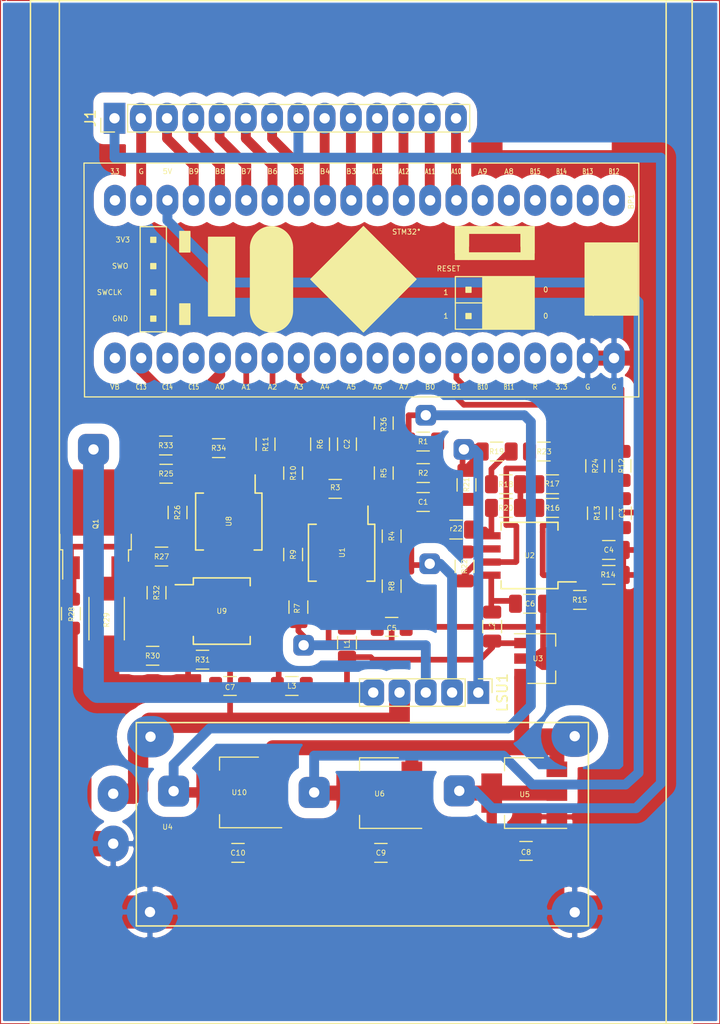
<source format=kicad_pcb>
(kicad_pcb (version 20171130) (host pcbnew 5.1.5+dfsg1-2build2)
  (layers (0 F.Cu signal) (31 B.Cu signal) (34 B.Paste user hide) (35 F.Paste user hide) (36 B.SilkS user hide) (37 F.SilkS user hide) (38 B.Mask user) (39 F.Mask user hide) (44 Edge.Cuts user))
  (net 0 "")
  (net 1 GND)
  (net 2 +3V3)
  (net 3 "Net-(C1-Pad1)")
  (net 4 "Net-(C1-Pad2)")
  (net 5 "Net-(C2-Pad2)")
  (net 6 "Net-(R3-Pad2)")
  (net 7 "Net-(R7-Pad2)")
  (net 8 "Net-(R8-Pad2)")
  (net 9 "Net-(R10-Pad1)")
  (net 10 "Net-(C3-Pad1)")
  (net 11 "Net-(C3-Pad2)")
  (net 12 "Net-(C4-Pad2)")
  (net 13 "Net-(Q1-Pad1)")
  (net 14 "Net-(Q1-Pad3)")
  (net 15 "Net-(R14-Pad2)")
  (net 16 "Net-(R16-Pad1)")
  (net 17 "Net-(R18-Pad1)")
  (net 18 "Net-(R20-Pad2)")
  (net 19 "Net-(R21-Pad2)")
  (net 20 "Net-(R22-Pad2)")
  (net 21 "Net-(R25-Pad2)")
  (net 22 "Net-(R27-Pad2)")
  (net 23 "Net-(R30-Pad1)")
  (net 24 "Net-(R31-Pad1)")
  (net 25 "Net-(R32-Pad1)")
  (net 26 "Net-(U8-Pad1)")
  (net 27 "Net-(U8-Pad2)")
  (net 28 "Net-(U8-Pad7)")
  (net 29 "Net-(U8-Pad8)")
  (net 30 +12V)
  (net 31 "Net-(BP1-Pad20)")
  (net 32 "Net-(BP1-Pad21)")
  (net 33 "Net-(BP1-Pad19)")
  (net 34 "Net-(BP1-Pad22)")
  (net 35 "Net-(BP1-Pad23)")
  (net 36 "Net-(BP1-Pad17)")
  (net 37 "Net-(BP1-Pad24)")
  (net 38 "Net-(BP1-Pad16)")
  (net 39 "Net-(BP1-Pad25)")
  (net 40 "Net-(BP1-Pad15)")
  (net 41 "Net-(BP1-Pad26)")
  (net 42 "Net-(BP1-Pad14)")
  (net 43 "Net-(BP1-Pad27)")
  (net 44 "Net-(BP1-Pad13)")
  (net 45 "Net-(BP1-Pad28)")
  (net 46 "Net-(BP1-Pad12)")
  (net 47 "Net-(BP1-Pad29)")
  (net 48 "Net-(BP1-Pad11)")
  (net 49 "Net-(BP1-Pad30)")
  (net 50 "Net-(BP1-Pad10)")
  (net 51 "Net-(BP1-Pad31)")
  (net 52 "Net-(BP1-Pad9)")
  (net 53 "Net-(BP1-Pad32)")
  (net 54 "Net-(BP1-Pad8)")
  (net 55 "Net-(BP1-Pad33)")
  (net 56 "Net-(BP1-Pad7)")
  (net 57 "Net-(BP1-Pad34)")
  (net 58 "Net-(BP1-Pad6)")
  (net 59 "Net-(BP1-Pad35)")
  (net 60 "Net-(BP1-Pad5)")
  (net 61 "Net-(BP1-Pad36)")
  (net 62 "Net-(BP1-Pad4)")
  (net 63 "Net-(BP1-Pad37)")
  (net 64 "Net-(BP1-Pad3)")
  (net 65 "Net-(BP1-Pad38)")
  (net 66 "Net-(BP1-Pad2)")
  (net 67 "Net-(BP1-Pad1)")
  (net 68 "Net-(C6-Pad2)")
  (net 69 "Net-(C5-Pad2)")
  (net 70 "Net-(C7-Pad2)")
  (net 71 "Net-(LSU1-Pad1)")
  (net 72 "Net-(LSU1-Pad2)")
  (net 73 "Net-(LSU1-Pad3)")
  (net 74 "Net-(LSU1-Pad5)")
  (net 75 +5V)
  (net 76 +7.5V)
  (net 77 +5P)
  (net 78 +2V5)
  (module MountingHole:MountingHole_2.2mm_M2_DIN965_Pad (layer F.Cu) (at 70.612 66.929)
    (fp_text reference J2 (at 0.0254 -0.0762) (layer F.SilkS) (effects (font (size 0.5 0.5) (thickness 0.075))))
    (fp_text value Conn)
    (pad "" thru_hole roundrect (at 0 0) (size 2 2) (drill 1) (layers *.Cu *.Mask) (net 71 "Net-(LSU1-Pad1)"))
  )
  (module MountingHole:MountingHole_2.2mm_M2_DIN965_Pad (layer F.Cu) (at 67.31 77.978)
    (fp_text reference J2 (at 0.0254 -0.0762) (layer F.SilkS) (effects (font (size 0.5 0.5) (thickness 0.075))))
    (fp_text value Conn)
    (pad "" thru_hole roundrect (at 0 0) (size 2 2) (drill 1) (layers *.Cu *.Mask) (net 72 "Net-(LSU1-Pad2)"))
  )
  (module MountingHole:MountingHole_2.2mm_M2_DIN965_Pad (layer F.Cu) (at 55.118 85.852)
    (fp_text reference J2 (at 0.0254 -0.0762) (layer F.SilkS) (effects (font (size 0.5 0.5) (thickness 0.075))))
    (fp_text value Conn)
    (pad "" thru_hole roundrect (at 0 0) (size 2 2) (drill 1) (layers *.Cu *.Mask) (net 73 "Net-(LSU1-Pad3)"))
  )
  (module MountingHole:MountingHole_2.2mm_M2_DIN965_Pad (layer F.Cu) (at 66.929 63.627 90)
    (fp_text reference J2 (at 0.0508 0 90) (layer F.SilkS) (effects (font (size 0.5 0.5) (thickness 0.075))))
    (fp_text value Conn)
    (pad "" thru_hole roundrect (at 0 0 90) (size 2 2) (drill 1) (layers *.Cu *.Mask) (net 78 +2V5))
  )
  (module DCDC:lm2596-hw-411 (layer F.Cu) (at 41.9354 103.378)
    (fp_text reference U4 (at 0.0254 0.0381) (layer F.SilkS) (effects (font (size 0.5 0.5) (thickness 0.075))))
    (fp_text value lm2596-hw-411)
    (pad 4 thru_hole oval (at 39.3954 8.2804) (size 4.5 4) (drill 1) (layers *.Cu *.Mask) (net 1 GND))
    (pad 3 thru_hole oval (at 39.3954 -8.7376) (size 4.5 4) (drill 1) (layers *.Cu *.Mask) (net 76 +7.5V))
    (pad 2 thru_hole oval (at -1.6764 8.255) (size 4.5 4) (drill 1) (layers *.Cu *.Mask) (net 1 GND))
    (pad 1 thru_hole oval (at -1.6256 -8.6868) (size 4.5 4) (drill 1) (layers *.Cu *.Mask) (net 30 +12V))
  )
  (module MountingHole:MountingHole_2.2mm_M2_DIN965_Pad (layer F.Cu) (at 42.545 99.949)
    (fp_text reference J2 (at 0.0508 0) (layer F.SilkS) (effects (font (size 0.5 0.5) (thickness 0.075))))
    (fp_text value Conn)
    (pad "" thru_hole roundrect (at 0 0) (size 3 3) (drill 1) (layers *.Cu *.Mask) (net 78 +2V5))
  )
  (module Package_TO_SOT_SMD:SOT-223-3_TabPin2 (layer F.Cu) (at 48.895 100.076 180)
    (fp_text reference U10 (at 0 0) (layer F.SilkS) (effects (font (size 0.5 0.5) (thickness 0.075))))
    (fp_text value LM1117-2.5)
    (pad 2 smd rect (at 3.15 0 180) (size 2 3.8) (layers F.Cu F.Paste F.Mask) (net 78 +2V5))
    (pad 2 smd rect (at -3.15 0 180) (size 2 1.5) (layers F.Cu F.Paste F.Mask) (net 78 +2V5))
    (pad 3 smd rect (at -3.15 2.3 180) (size 2 1.5) (layers F.Cu F.Paste F.Mask) (net 76 +7.5V))
    (pad 1 smd rect (at -3.15 -2.3 180) (size 2 1.5) (layers F.Cu F.Paste F.Mask) (net 1 GND))
  )
  (module Package_TO_SOT_SMD:TO-252-2 (layer F.Cu) (at 35.0012 74.159 90)
    (fp_text reference Q1 (at 0.0254 0.0127 90) (layer F.SilkS) (effects (font (size 0.5 0.5) (thickness 0.075))))
    (fp_text value LR7843)
    (pad 1 smd rect (at -4.2 -2.28 90) (size 2.2 1.5) (layers F.Cu F.Paste F.Mask) (net 13 "Net-(Q1-Pad1)"))
    (pad 3 smd rect (at -4.2 2.28 90) (size 2.2 1.5) (layers F.Cu F.Paste F.Mask) (net 14 "Net-(Q1-Pad3)"))
    (pad 2 smd rect (at 2.1 0 90) (size 6.4 5.8) (layers F.Cu F.Mask) (net 74 "Net-(LSU1-Pad5)"))
  )
  (module MountingHole:MountingHole_2.2mm_M2_DIN965_Pad (layer F.Cu) (at 36.703 105.029)
    (fp_text reference J2 (at 0.0508 -0.0508 -90) (layer F.SilkS) (effects (font (size 0.5 0.5) (thickness 0.075))))
    (fp_text value Conn)
    (pad "" thru_hole oval (at 0 0) (size 3 3.5) (drill 1) (layers *.Cu *.Mask) (net 1 GND))
  )
  (module MountingHole:MountingHole_2.2mm_M2_DIN965_Pad (layer F.Cu) (at 36.703 100.203)
    (fp_text reference J2 (at 0.0508 -0.0508 270) (layer F.SilkS) (effects (font (size 0.5 0.5) (thickness 0.075))))
    (fp_text value Conn)
    (pad "" thru_hole oval (at 0 0) (size 3 3.5) (drill 1) (layers *.Cu *.Mask) (net 30 +12V))
  )
  (module Resistor_SMD:R_1206_3216Metric (layer F.Cu) (at 69.85 74.676 180)
    (fp_text reference r22 (at 0 0.092999) (layer F.SilkS) (effects (font (size 0.5 0.5) (thickness 0.075))))
    (fp_text value 110k*)
    (pad 1 smd roundrect (at -1.4 0 180) (size 1.25 1.75) (layers F.Cu F.Paste F.Mask) (roundrect_rratio 0.2) (net 18 "Net-(R20-Pad2)"))
    (pad 2 smd roundrect (at 1.4 0 180) (size 1.25 1.75) (layers F.Cu F.Paste F.Mask) (roundrect_rratio 0.2) (net 72 "Net-(LSU1-Pad2)"))
  )
  (module Resistor_SMD:R_1206_3216Metric (layer F.Cu) (at 62.865 64.386 90)
    (fp_text reference R36 (at -0.127 0 90) (layer F.SilkS) (effects (font (size 0.5 0.5) (thickness 0.075))))
    (fp_text value 4k3)
    (pad 1 smd roundrect (at -1.4 0 90) (size 1.25 1.75) (layers F.Cu F.Paste F.Mask) (roundrect_rratio 0.2) (net 72 "Net-(LSU1-Pad2)"))
    (pad 2 smd roundrect (at 1.4 0 90) (size 1.25 1.75) (layers F.Cu F.Paste F.Mask) (roundrect_rratio 0.2) (net 43 "Net-(BP1-Pad27)"))
  )
  (module Resistor_SMD:R_1206_3216Metric (layer F.Cu) (at 32.6136 82.801 270)
    (fp_text reference R28 (at 0.0635 -0.0635 90) (layer F.SilkS) (effects (font (size 0.5 0.5) (thickness 0.075))))
    (fp_text value 22k)
    (pad 1 smd roundrect (at -1.4 0 270) (size 1.25 1.75) (layers F.Cu F.Paste F.Mask) (roundrect_rratio 0.2) (net 13 "Net-(Q1-Pad1)"))
    (pad 2 smd roundrect (at 1.4 0 270) (size 1.25 1.75) (layers F.Cu F.Paste F.Mask) (roundrect_rratio 0.2) (net 1 GND))
  )
  (module Resistor_SMD:R_1206_3216Metric (layer F.Cu) (at 62.5886 105.918 180)
    (fp_text reference C9 (at 0 0) (layer F.SilkS) (effects (font (size 0.5 0.5) (thickness 0.075))))
    (fp_text value 1uF)
    (pad 1 smd roundrect (at -1.4 0 180) (size 1.25 1.75) (layers F.Cu F.Paste F.Mask) (roundrect_rratio 0.2) (net 1 GND))
    (pad 2 smd roundrect (at 1.4 0 180) (size 1.25 1.75) (layers F.Cu F.Paste F.Mask) (roundrect_rratio 0.2) (net 75 +5V))
  )
  (module Resistor_SMD:R_1206_3216Metric (layer F.Cu) (at 76.6221 105.7275 180)
    (fp_text reference C8 (at 0.003 -0.127) (layer F.SilkS) (effects (font (size 0.5 0.5) (thickness 0.075))))
    (fp_text value 1uF)
    (pad 1 smd roundrect (at -1.4 0 180) (size 1.25 1.75) (layers F.Cu F.Paste F.Mask) (roundrect_rratio 0.2) (net 1 GND))
    (pad 2 smd roundrect (at 1.4 0 180) (size 1.25 1.75) (layers F.Cu F.Paste F.Mask) (roundrect_rratio 0.2) (net 2 +3V3))
  )
  (module Package_TO_SOT_SMD:SOT-223-3_TabPin2 (layer F.Cu) (at 62.4336 100.1395 180)
    (fp_text reference U6 (at -0.025 -0.0635) (layer F.SilkS) (effects (font (size 0.5 0.5) (thickness 0.075))))
    (fp_text value AMS1117-5.0)
    (pad 2 smd rect (at 3.15 0 180) (size 2 3.8) (layers F.Cu F.Paste F.Mask) (net 75 +5V))
    (pad 2 smd rect (at -3.15 0 180) (size 2 1.5) (layers F.Cu F.Paste F.Mask) (net 75 +5V))
    (pad 3 smd rect (at -3.15 2.3 180) (size 2 1.5) (layers F.Cu F.Paste F.Mask) (net 76 +7.5V))
    (pad 1 smd rect (at -3.15 -2.3 180) (size 2 1.5) (layers F.Cu F.Paste F.Mask) (net 1 GND))
  )
  (module Package_TO_SOT_SMD:SOT-223-3_TabPin2 (layer F.Cu) (at 76.4536 100.1395 180)
    (fp_text reference U5 (at -0.0385 -0.127) (layer F.SilkS) (effects (font (size 0.5 0.5) (thickness 0.075))))
    (fp_text value AMS1117-3.3)
    (pad 2 smd rect (at 3.15 0 180) (size 2 3.8) (layers F.Cu F.Paste F.Mask) (net 2 +3V3))
    (pad 2 smd rect (at -3.15 0 180) (size 2 1.5) (layers F.Cu F.Paste F.Mask) (net 2 +3V3))
    (pad 3 smd rect (at -3.15 2.3 180) (size 2 1.5) (layers F.Cu F.Paste F.Mask) (net 76 +7.5V))
    (pad 1 smd rect (at -3.15 -2.3 180) (size 2 1.5) (layers F.Cu F.Paste F.Mask) (net 1 GND))
  )
  (module Package_TO_SOT_SMD:SOT-89-3 (layer F.Cu) (at 77.7113 87.13978)
    (fp_text reference U3 (at 0.0635 0) (layer F.SilkS) (effects (font (size 0.5 0.5) (thickness 0.075))))
    (fp_text value L78L05_SOT89)
    (pad 2 smd trapezoid (at 2.667 0 270) (size 1.6 0.85) (rect_delta 0 0.6) (layers F.Cu F.Paste F.Mask) (net 1 GND))
    (pad 1 smd rect (at -1.48 -1.5 270) (size 1 1.5) (layers F.Cu F.Paste F.Mask) (net 77 +5P))
    (pad 2 smd rect (at -1.3335 0 270) (size 1 1.8) (layers F.Cu F.Paste F.Mask) (net 1 GND))
    (pad 3 smd rect (at -1.48 1.5 270) (size 1 1.5) (layers F.Cu F.Paste F.Mask) (net 76 +7.5V))
    (pad 2 smd rect (at 1.3335 0 270) (size 2.2 1.84) (layers F.Cu F.Paste F.Mask) (net 1 GND))
    (pad 2 smd trapezoid (at -0.0762 0 90) (size 1.5 1) (rect_delta 0 0.7) (layers F.Cu F.Paste F.Mask) (net 1 GND))
  )
  (module Inductor_SMD:L_1206_3216Metric (layer F.Cu) (at 53.975 89.789 180)
    (fp_text reference L3 (at 0 0) (layer F.SilkS) (effects (font (size 0.5 0.5) (thickness 0.075))))
    (fp_text value 10uG)
    (pad 2 smd roundrect (at 1.4 0 180) (size 1.25 1.75) (layers F.Cu F.Paste F.Mask) (roundrect_rratio 0.2) (net 70 "Net-(C7-Pad2)"))
    (pad 1 smd roundrect (at -1.4 0 180) (size 1.25 1.75) (layers F.Cu F.Paste F.Mask) (roundrect_rratio 0.2) (net 77 +5P))
  )
  (module Inductor_SMD:L_1206_3216Metric (layer F.Cu) (at 73.34758 84.04814 90)
    (fp_text reference L2 (at 0 0 90) (layer F.SilkS) (effects (font (size 0.5 0.5) (thickness 0.075))))
    (fp_text value 10uG)
    (pad 1 smd roundrect (at -1.4 0 90) (size 1.25 1.75) (layers F.Cu F.Paste F.Mask) (roundrect_rratio 0.2) (net 77 +5P))
    (pad 2 smd roundrect (at 1.4 0 90) (size 1.25 1.75) (layers F.Cu F.Paste F.Mask) (roundrect_rratio 0.2) (net 68 "Net-(C6-Pad2)"))
  )
  (module Inductor_SMD:L_1206_3216Metric (layer F.Cu) (at 59.309 85.601 90)
    (fp_text reference L1 (at -0.124 0 90) (layer F.SilkS) (effects (font (size 0.5 0.5) (thickness 0.075))))
    (fp_text value 10uG)
    (pad 2 smd roundrect (at 1.4 0 90) (size 1.25 1.75) (layers F.Cu F.Paste F.Mask) (roundrect_rratio 0.2) (net 69 "Net-(C5-Pad2)"))
    (pad 1 smd roundrect (at -1.4 0 90) (size 1.25 1.75) (layers F.Cu F.Paste F.Mask) (roundrect_rratio 0.2) (net 77 +5P))
  )
  (module Package_SO:SO-8_5.3x6.2mm_P1.27mm (layer F.Cu) (at 58.7883 76.9112 270)
    (fp_text reference U1 (at -0.0127 -0.0508 90) (layer F.SilkS) (effects (font (size 0.5 0.5) (thickness 0.075))))
    (fp_text value MCP602)
    (pad 1 smd rect (at -3.7 -1.905 270) (size 1.8 0.7) (layers F.Cu F.Paste F.Mask) (net 3 "Net-(C1-Pad1)"))
    (pad 2 smd rect (at -3.7 -0.635 270) (size 1.8 0.7) (layers F.Cu F.Paste F.Mask) (net 6 "Net-(R3-Pad2)"))
    (pad 3 smd rect (at -3.7 0.635 270) (size 1.8 0.7) (layers F.Cu F.Paste F.Mask) (net 5 "Net-(C2-Pad2)"))
    (pad 4 smd rect (at -3.7 1.905 270) (size 1.8 0.7) (layers F.Cu F.Paste F.Mask) (net 1 GND))
    (pad 5 smd rect (at 3.7 1.905 270) (size 1.8 0.7) (layers F.Cu F.Paste F.Mask) (net 7 "Net-(R7-Pad2)"))
    (pad 6 smd rect (at 3.7 0.635 270) (size 1.8 0.7) (layers F.Cu F.Paste F.Mask) (net 8 "Net-(R8-Pad2)"))
    (pad 7 smd rect (at 3.7 -0.635 270) (size 1.8 0.7) (layers F.Cu F.Paste F.Mask) (net 9 "Net-(R10-Pad1)"))
    (pad 8 smd rect (at 3.7 -1.905 270) (size 1.8 0.7) (layers F.Cu F.Paste F.Mask) (net 69 "Net-(C5-Pad2)"))
  )
  (module Package_SO:SO-8_5.3x6.2mm_P1.27mm (layer F.Cu) (at 47.2016 82.55)
    (fp_text reference U9 (at 0 0) (layer F.SilkS) (effects (font (size 0.5 0.5) (thickness 0.075))))
    (fp_text value MCP602)
    (pad 1 smd rect (at -3.7 -1.905) (size 1.8 0.7) (layers F.Cu F.Paste F.Mask) (net 25 "Net-(R32-Pad1)"))
    (pad 2 smd rect (at -3.7 -0.635) (size 1.8 0.7) (layers F.Cu F.Paste F.Mask) (net 24 "Net-(R31-Pad1)"))
    (pad 3 smd rect (at -3.7 0.635) (size 1.8 0.7) (layers F.Cu F.Paste F.Mask) (net 23 "Net-(R30-Pad1)"))
    (pad 4 smd rect (at -3.7 1.905) (size 1.8 0.7) (layers F.Cu F.Paste F.Mask) (net 1 GND))
    (pad 5 smd rect (at 3.7 1.905) (size 1.8 0.7) (layers F.Cu F.Paste F.Mask))
    (pad 6 smd rect (at 3.7 0.635) (size 1.8 0.7) (layers F.Cu F.Paste F.Mask))
    (pad 7 smd rect (at 3.7 -0.635) (size 1.8 0.7) (layers F.Cu F.Paste F.Mask))
    (pad 8 smd rect (at 3.7 -1.905) (size 1.8 0.7) (layers F.Cu F.Paste F.Mask) (net 70 "Net-(C7-Pad2)"))
  )
  (module Module:YAAJ_BluePill (layer F.Cu) (at 85.1281 42.85488 180)
    (fp_text reference BP1 (at -1.651 -0.127 270) (layer F.SilkS) (effects (font (size 0.5 0.5) (thickness 0.075))))
    (fp_text value BluePill_1 hide)
    (fp_text user G (at 0 -18.034) (layer F.SilkS) (effects (font (size 0.5 0.5) (thickness 0.075))))
    (fp_text user G (at 2.54 -18.034) (layer F.SilkS) (effects (font (size 0.5 0.5) (thickness 0.075))))
    (fp_text user 3.3 (at 5.08 -18.034) (layer F.SilkS) (effects (font (size 0.5 0.5) (thickness 0.075))))
    (fp_text user R (at 7.62 -18.034) (layer F.SilkS) (effects (font (size 0.5 0.5) (thickness 0.075))))
    (fp_text user B11 (at 10.16 -18.034) (layer F.SilkS) (effects (font (size 0.5 0.35) (thickness 0.075))))
    (fp_text user B10 (at 12.7 -18.034) (layer F.SilkS) (effects (font (size 0.5 0.35) (thickness 0.075))))
    (fp_text user B1 (at 15.24 -18.034) (layer F.SilkS) (effects (font (size 0.5 0.5) (thickness 0.075))))
    (fp_text user B0 (at 17.78 -18.034) (layer F.SilkS) (effects (font (size 0.5 0.5) (thickness 0.075))))
    (fp_text user A7 (at 20.32 -18.034) (layer F.SilkS) (effects (font (size 0.5 0.5) (thickness 0.075))))
    (fp_text user A6 (at 22.86 -18.034) (layer F.SilkS) (effects (font (size 0.5 0.5) (thickness 0.075))))
    (fp_text user A5 (at 25.4 -18.034) (layer F.SilkS) (effects (font (size 0.5 0.5) (thickness 0.075))))
    (fp_text user A4 (at 27.94 -18.034) (layer F.SilkS) (effects (font (size 0.5 0.5) (thickness 0.075))))
    (fp_text user A3 (at 30.48 -18.034) (layer F.SilkS) (effects (font (size 0.5 0.5) (thickness 0.075))))
    (fp_text user A2 (at 33.02 -18.034) (layer F.SilkS) (effects (font (size 0.5 0.5) (thickness 0.075))))
    (fp_text user A1 (at 35.56 -18.034) (layer F.SilkS) (effects (font (size 0.5 0.5) (thickness 0.075))))
    (fp_text user A0 (at 38.1 -18.034) (layer F.SilkS) (effects (font (size 0.5 0.5) (thickness 0.075))))
    (fp_text user C15 (at 40.64 -18.034) (layer F.SilkS) (effects (font (size 0.5 0.35) (thickness 0.075))))
    (fp_text user C14 (at 43.18 -18.034) (layer F.SilkS) (effects (font (size 0.5 0.35) (thickness 0.075))))
    (fp_text user C13 (at 45.72 -18.034) (layer F.SilkS) (effects (font (size 0.5 0.35) (thickness 0.075))))
    (fp_text user VB (at 48.26 -18.034) (layer F.SilkS) (effects (font (size 0.5 0.5) (thickness 0.075))))
    (fp_text user B12 (at 0 2.794) (layer F.SilkS) (effects (font (size 0.5 0.35) (thickness 0.075))))
    (fp_text user B13 (at 2.54 2.794) (layer F.SilkS) (effects (font (size 0.5 0.35) (thickness 0.075))))
    (fp_text user B14 (at 5.08 2.794) (layer F.SilkS) (effects (font (size 0.5 0.35) (thickness 0.075))))
    (fp_text user B15 (at 7.62 2.794) (layer F.SilkS) (effects (font (size 0.5 0.35) (thickness 0.075))))
    (fp_text user A8 (at 10.16 2.794) (layer F.SilkS) (effects (font (size 0.5 0.5) (thickness 0.075))))
    (fp_text user A9 (at 12.7 2.794) (layer F.SilkS) (effects (font (size 0.5 0.5) (thickness 0.075))))
    (fp_text user A10 (at 15.24 2.794) (layer F.SilkS) (effects (font (size 0.5 0.35) (thickness 0.075))))
    (fp_text user A11 (at 17.78 2.794) (layer F.SilkS) (effects (font (size 0.5 0.35) (thickness 0.075))))
    (fp_text user A12 (at 20.32 2.794) (layer F.SilkS) (effects (font (size 0.5 0.35) (thickness 0.075))))
    (fp_text user A15 (at 22.86 2.794) (layer F.SilkS) (effects (font (size 0.5 0.35) (thickness 0.075))))
    (fp_text user B3 (at 25.4 2.794) (layer F.SilkS) (effects (font (size 0.5 0.5) (thickness 0.075))))
    (fp_text user B4 (at 27.94 2.794) (layer F.SilkS) (effects (font (size 0.5 0.5) (thickness 0.075))))
    (fp_text user B5 (at 30.48 2.794) (layer F.SilkS) (effects (font (size 0.5 0.5) (thickness 0.075))))
    (fp_text user B6 (at 33.02 2.794) (layer F.SilkS) (effects (font (size 0.5 0.5) (thickness 0.075))))
    (fp_text user B7 (at 35.56 2.794) (layer F.SilkS) (effects (font (size 0.5 0.5) (thickness 0.075))))
    (fp_text user B8 (at 38.1 2.794) (layer F.SilkS) (effects (font (size 0.5 0.5) (thickness 0.075))))
    (fp_text user B9 (at 40.64 2.794) (layer F.SilkS) (effects (font (size 0.5 0.5) (thickness 0.075))))
    (fp_text user 5V (at 43.18 2.794) (layer F.SilkS) (effects (font (size 0.5 0.5) (thickness 0.075))))
    (fp_text user 3.3 (at 48.26 2.794) (layer F.SilkS) (effects (font (size 0.5 0.35) (thickness 0.075))))
    (fp_text user G (at 45.72 2.794) (layer F.SilkS) (effects (font (size 0.5 0.5) (thickness 0.075))))
    (fp_text user 0 (at 6.604 -11.176) (layer F.SilkS) (effects (font (size 0.5 0.5) (thickness 0.075))))
    (fp_text user 0 (at 6.604 -8.636) (layer F.SilkS) (effects (font (size 0.5 0.5) (thickness 0.075))))
    (fp_text user 1 (at 16.256 -11.176) (layer F.SilkS) (effects (font (size 0.5 0.5) (thickness 0.075))))
    (fp_text user 1 (at 16.256 -8.89) (layer F.SilkS) (effects (font (size 0.5 0.5) (thickness 0.075))))
    (fp_text user RESET (at 16.002 -6.604) (layer F.SilkS) (effects (font (size 0.5 0.5) (thickness 0.075))))
    (fp_text user STM32° (at 20.066 -3.048) (layer F.SilkS) (effects (font (size 0.5 0.5) (thickness 0.075))))
    (fp_text user GND (at 47.752 -11.43) (layer F.SilkS) (effects (font (size 0.5 0.5) (thickness 0.075))))
    (fp_text user SWCLK (at 48.768 -8.89) (layer F.SilkS) (effects (font (size 0.5 0.5) (thickness 0.075))))
    (fp_text user SWO (at 47.752 -6.35) (layer F.SilkS) (effects (font (size 0.5 0.5) (thickness 0.075))))
    (fp_text user 3V3 (at 47.498 -3.81) (layer F.SilkS) (effects (font (size 0.5 0.5) (thickness 0.075))))
    (pad 20 thru_hole oval (at 48.26 0 180) (size 2.1 3) (drill 1) (layers *.Cu *.Mask) (net 31 "Net-(BP1-Pad20)"))
    (pad 21 thru_hole oval (at 48.26 -15.24 180) (size 2.1 3) (drill 1) (layers *.Cu *.Mask) (net 32 "Net-(BP1-Pad21)"))
    (pad 19 thru_hole oval (at 45.72 0 180) (size 2.1 3) (drill 1) (layers *.Cu *.Mask) (net 33 "Net-(BP1-Pad19)"))
    (pad 22 thru_hole oval (at 45.72 -15.24 180) (size 2.1 3) (drill 1) (layers *.Cu *.Mask) (net 34 "Net-(BP1-Pad22)"))
    (pad 18 thru_hole oval (at 43.18 0 180) (size 2.1 3) (drill 1) (layers *.Cu *.Mask) (net 75 +5V))
    (pad 23 thru_hole oval (at 43.18 -15.24762 180) (size 2.1 3) (drill 1) (layers *.Cu *.Mask) (net 35 "Net-(BP1-Pad23)"))
    (pad 17 thru_hole oval (at 40.64 0 180) (size 2.1 3) (drill 1) (layers *.Cu *.Mask) (net 36 "Net-(BP1-Pad17)"))
    (pad 24 thru_hole oval (at 40.64 -15.24 180) (size 2.1 3) (drill 1) (layers *.Cu *.Mask) (net 37 "Net-(BP1-Pad24)"))
    (pad 16 thru_hole oval (at 38.1 0 180) (size 2.1 3) (drill 1) (layers *.Cu *.Mask) (net 38 "Net-(BP1-Pad16)"))
    (pad 25 thru_hole oval (at 38.1 -15.24 180) (size 2.1 3) (drill 1) (layers *.Cu *.Mask) (net 39 "Net-(BP1-Pad25)"))
    (pad 15 thru_hole oval (at 35.56 0 180) (size 2.1 3) (drill 1) (layers *.Cu *.Mask) (net 40 "Net-(BP1-Pad15)"))
    (pad 26 thru_hole oval (at 35.56 -15.24 180) (size 2.1 3) (drill 1) (layers *.Cu *.Mask) (net 41 "Net-(BP1-Pad26)"))
    (pad 14 thru_hole oval (at 33.02 0 180) (size 2.1 3) (drill 1) (layers *.Cu *.Mask) (net 42 "Net-(BP1-Pad14)"))
    (pad 27 thru_hole oval (at 33.02 -15.24 180) (size 2.1 3) (drill 1) (layers *.Cu *.Mask) (net 43 "Net-(BP1-Pad27)"))
    (pad 13 thru_hole oval (at 30.48 -0.00762 180) (size 2.1 3) (drill 1) (layers *.Cu *.Mask) (net 44 "Net-(BP1-Pad13)"))
    (pad 28 thru_hole oval (at 30.48 -15.24 180) (size 2.1 3) (drill 1) (layers *.Cu *.Mask) (net 45 "Net-(BP1-Pad28)"))
    (pad 12 thru_hole oval (at 27.94 0 180) (size 2.1 3) (drill 1) (layers *.Cu *.Mask) (net 46 "Net-(BP1-Pad12)"))
    (pad 29 thru_hole oval (at 27.94 -15.24 180) (size 2.1 3) (drill 1) (layers *.Cu *.Mask) (net 47 "Net-(BP1-Pad29)"))
    (pad 11 thru_hole oval (at 25.4 0 180) (size 2.1 3) (drill 1) (layers *.Cu *.Mask) (net 48 "Net-(BP1-Pad11)"))
    (pad 30 thru_hole oval (at 25.4 -15.24 180) (size 2.1 3) (drill 1) (layers *.Cu *.Mask) (net 49 "Net-(BP1-Pad30)"))
    (pad 10 thru_hole oval (at 22.86 0 180) (size 2.1 3) (drill 1) (layers *.Cu *.Mask) (net 50 "Net-(BP1-Pad10)"))
    (pad 31 thru_hole oval (at 22.86 -15.24 180) (size 2.1 3) (drill 1) (layers *.Cu *.Mask) (net 51 "Net-(BP1-Pad31)"))
    (pad 9 thru_hole oval (at 20.32 0 180) (size 2.1 3) (drill 1) (layers *.Cu *.Mask) (net 52 "Net-(BP1-Pad9)"))
    (pad 32 thru_hole oval (at 20.32 -15.24762 180) (size 2.1 3) (drill 1) (layers *.Cu *.Mask) (net 53 "Net-(BP1-Pad32)"))
    (pad 8 thru_hole oval (at 17.78 0 180) (size 2.1 3) (drill 1) (layers *.Cu *.Mask) (net 54 "Net-(BP1-Pad8)"))
    (pad 33 thru_hole oval (at 17.78 -15.24 180) (size 2.1 3) (drill 1) (layers *.Cu *.Mask) (net 55 "Net-(BP1-Pad33)"))
    (pad 7 thru_hole oval (at 15.24 0 180) (size 2.1 3) (drill 1) (layers *.Cu *.Mask) (net 56 "Net-(BP1-Pad7)"))
    (pad 34 thru_hole oval (at 15.24 -15.24 180) (size 2.1 3) (drill 1) (layers *.Cu *.Mask) (net 57 "Net-(BP1-Pad34)"))
    (pad 6 thru_hole oval (at 12.7 0 180) (size 2.1 3) (drill 1) (layers *.Cu *.Mask) (net 58 "Net-(BP1-Pad6)"))
    (pad 35 thru_hole oval (at 12.7 -15.24 180) (size 2.1 3) (drill 1) (layers *.Cu *.Mask) (net 59 "Net-(BP1-Pad35)"))
    (pad 5 thru_hole oval (at 10.16 0 180) (size 2.1 3) (drill 1) (layers *.Cu *.Mask) (net 60 "Net-(BP1-Pad5)"))
    (pad 36 thru_hole oval (at 10.16 -15.24 180) (size 2.1 3) (drill 1) (layers *.Cu *.Mask) (net 61 "Net-(BP1-Pad36)"))
    (pad 4 thru_hole oval (at 7.62 0 180) (size 2.1 3) (drill 1) (layers *.Cu *.Mask) (net 62 "Net-(BP1-Pad4)"))
    (pad 37 thru_hole oval (at 7.62 -15.24 180) (size 2.1 3) (drill 1) (layers *.Cu *.Mask) (net 63 "Net-(BP1-Pad37)"))
    (pad 3 thru_hole oval (at 5.08 -0.00762 180) (size 2.1 3) (drill 1) (layers *.Cu *.Mask) (net 64 "Net-(BP1-Pad3)"))
    (pad 38 thru_hole oval (at 5.08 -15.24 180) (size 2.1 3) (drill 1) (layers *.Cu *.Mask) (net 65 "Net-(BP1-Pad38)"))
    (pad 2 thru_hole oval (at 2.54 0 180) (size 2.1 3) (drill 1) (layers *.Cu *.Mask) (net 66 "Net-(BP1-Pad2)"))
    (pad 39 thru_hole oval (at 2.54 -15.24762 180) (size 2.1 3) (drill 1) (layers *.Cu *.Mask) (net 1 GND))
    (pad 1 thru_hole oval (at 0 0 180) (size 2.1 3) (drill 1) (layers *.Cu *.Mask) (net 67 "Net-(BP1-Pad1)"))
    (pad 40 thru_hole oval (at 0 -15.24762 180) (size 2.1 3) (drill 1) (layers *.Cu *.Mask) (net 1 GND))
  )
  (module Resistor_SMD:R_1206_3216Metric (layer F.Cu) (at 48.003 89.789)
    (fp_text reference C7 (at -0.003 0.127) (layer F.SilkS) (effects (font (size 0.5 0.5) (thickness 0.075))))
    (fp_text value 1uF)
    (pad 1 smd roundrect (at -1.4 0) (size 1.25 1.75) (layers F.Cu F.Paste F.Mask) (roundrect_rratio 0.2) (net 1 GND))
    (pad 2 smd roundrect (at 1.4 0) (size 1.25 1.75) (layers F.Cu F.Paste F.Mask) (roundrect_rratio 0.2) (net 70 "Net-(C7-Pad2)"))
  )
  (module Resistor_SMD:R_1206_3216Metric (layer F.Cu) (at 77.0031 81.84134 180)
    (fp_text reference C6 (at 0 0) (layer F.SilkS) (effects (font (size 0.5 0.5) (thickness 0.075))))
    (fp_text value 1uF)
    (pad 1 smd roundrect (at -1.4 0 180) (size 1.25 1.75) (layers F.Cu F.Paste F.Mask) (roundrect_rratio 0.2) (net 1 GND))
    (pad 2 smd roundrect (at 1.4 0 180) (size 1.25 1.75) (layers F.Cu F.Paste F.Mask) (roundrect_rratio 0.2) (net 68 "Net-(C6-Pad2)"))
  )
  (module Resistor_SMD:R_1206_3216Metric (layer F.Cu) (at 63.63 84.074 180)
    (fp_text reference C5 (at -0.003 -0.127) (layer F.SilkS) (effects (font (size 0.5 0.5) (thickness 0.075))))
    (fp_text value 1uF)
    (pad 2 smd roundrect (at 1.4 0 180) (size 1.25 1.75) (layers F.Cu F.Paste F.Mask) (roundrect_rratio 0.2) (net 69 "Net-(C5-Pad2)"))
    (pad 1 smd roundrect (at -1.4 0 180) (size 1.25 1.75) (layers F.Cu F.Paste F.Mask) (roundrect_rratio 0.2) (net 1 GND))
  )
  (module Resistor_SMD:R_1206_3216Metric (layer F.Cu) (at 46.9041 66.802 180)
    (fp_text reference R34 (at 0 0) (layer F.SilkS) (effects (font (size 0.5 0.5) (thickness 0.075))))
    (fp_text value 8k2)
    (pad 1 smd roundrect (at -1.4 0 180) (size 1.25 1.75) (layers F.Cu F.Paste F.Mask) (roundrect_rratio 0.2) (net 1 GND))
    (pad 2 smd roundrect (at 1.4 0 180) (size 1.25 1.75) (layers F.Cu F.Paste F.Mask) (roundrect_rratio 0.2) (net 39 "Net-(BP1-Pad25)"))
  )
  (module Resistor_SMD:R_1206_3216Metric (layer F.Cu) (at 41.786 66.548 180)
    (fp_text reference R33 (at -0.003 0) (layer F.SilkS) (effects (font (size 0.5 0.5) (thickness 0.075))))
    (fp_text value 4k3)
    (pad 2 smd roundrect (at 1.4 0 180) (size 1.25 1.75) (layers F.Cu F.Paste F.Mask) (roundrect_rratio 0.2) (net 25 "Net-(R32-Pad1)"))
    (pad 1 smd roundrect (at -1.4 0 180) (size 1.25 1.75) (layers F.Cu F.Paste F.Mask) (roundrect_rratio 0.2) (net 39 "Net-(BP1-Pad25)"))
  )
  (module Resistor_SMD:R_1206_3216Metric (layer F.Cu) (at 40.894 80.775 270)
    (fp_text reference R32 (at 0 0 90) (layer F.SilkS) (effects (font (size 0.5 0.5) (thickness 0.075))))
    (fp_text value 47k)
    (pad 1 smd roundrect (at -1.4 0 270) (size 1.25 1.75) (layers F.Cu F.Paste F.Mask) (roundrect_rratio 0.2) (net 25 "Net-(R32-Pad1)"))
    (pad 2 smd roundrect (at 1.4 0 270) (size 1.25 1.75) (layers F.Cu F.Paste F.Mask) (roundrect_rratio 0.2) (net 24 "Net-(R31-Pad1)"))
  )
  (module Resistor_SMD:R_1206_3216Metric (layer F.Cu) (at 45.342 87.249 180)
    (fp_text reference R31 (at 0 -0.0127) (layer F.SilkS) (effects (font (size 0.5 0.5) (thickness 0.075))))
    (fp_text value 1k*)
    (pad 2 smd roundrect (at 1.4 0 180) (size 1.25 1.75) (layers F.Cu F.Paste F.Mask) (roundrect_rratio 0.2) (net 1 GND))
    (pad 1 smd roundrect (at -1.4 0 180) (size 1.25 1.75) (layers F.Cu F.Paste F.Mask) (roundrect_rratio 0.2) (net 24 "Net-(R31-Pad1)"))
  )
  (module Resistor_SMD:R_1206_3216Metric (layer F.Cu) (at 40.516 86.868 180)
    (fp_text reference R30 (at -0.004201 -0.006201) (layer F.SilkS) (effects (font (size 0.5 0.5) (thickness 0.075))))
    (fp_text value 1k)
    (pad 1 smd roundrect (at -1.4 0 180) (size 1.25 1.75) (layers F.Cu F.Paste F.Mask) (roundrect_rratio 0.2) (net 23 "Net-(R30-Pad1)"))
    (pad 2 smd roundrect (at 1.4 0 180) (size 1.25 1.75) (layers F.Cu F.Paste F.Mask) (roundrect_rratio 0.2) (net 14 "Net-(Q1-Pad3)"))
  )
  (module Resistor_SMD:R_2512_6332Metric (layer F.Cu) (at 36.068 83.2822 270)
    (fp_text reference R29 (at 0.127 0 90) (layer F.SilkS) (effects (font (size 0.5 0.5) (thickness 0.075))))
    (fp_text value 0.01R)
    (pad 1 smd roundrect (at -2.9 0 270) (size 2.3 3.35) (layers F.Cu F.Paste F.Mask) (roundrect_rratio 0.185) (net 14 "Net-(Q1-Pad3)"))
    (pad 2 smd roundrect (at 2.9 0 270) (size 2.54 3.35) (layers F.Cu F.Paste F.Mask) (roundrect_rratio 0.185) (net 1 GND))
  )
  (module Resistor_SMD:R_1206_3216Metric (layer F.Cu) (at 41.3796 77.2795)
    (fp_text reference R27 (at 0 0.0097) (layer F.SilkS) (effects (font (size 0.5 0.5) (thickness 0.075))))
    (fp_text value 100R)
    (pad 1 smd roundrect (at -1.4 0) (size 1.25 1.75) (layers F.Cu F.Paste F.Mask) (roundrect_rratio 0.2) (net 13 "Net-(Q1-Pad1)"))
    (pad 2 smd roundrect (at 1.4 0) (size 1.25 1.75) (layers F.Cu F.Paste F.Mask) (roundrect_rratio 0.2) (net 22 "Net-(R27-Pad2)"))
  )
  (module Resistor_SMD:R_1206_3216Metric (layer F.Cu) (at 42.926 73.022 270)
    (fp_text reference R26 (at 0 0.0127 90) (layer F.SilkS) (effects (font (size 0.5 0.5) (thickness 0.075))))
    (fp_text value 22k)
    (pad 2 smd roundrect (at 1.4 0 270) (size 1.25 1.75) (layers F.Cu F.Paste F.Mask) (roundrect_rratio 0.2) (net 1 GND))
    (pad 1 smd roundrect (at -1.4 0 270) (size 1.25 1.75) (layers F.Cu F.Paste F.Mask) (roundrect_rratio 0.2) (net 21 "Net-(R25-Pad2)"))
  )
  (module Resistor_SMD:R_1206_3216Metric (layer F.Cu) (at 41.8241 69.2785)
    (fp_text reference R25 (at -0.0097 0) (layer F.SilkS) (effects (font (size 0.5 0.5) (thickness 0.075))))
    (fp_text value 1K)
    (pad 1 smd roundrect (at -1.4 0) (size 1.25 1.75) (layers F.Cu F.Paste F.Mask) (roundrect_rratio 0.2) (net 34 "Net-(BP1-Pad22)"))
    (pad 2 smd roundrect (at 1.4 0) (size 1.25 1.75) (layers F.Cu F.Paste F.Mask) (roundrect_rratio 0.2) (net 21 "Net-(R25-Pad2)"))
  )
  (module Package_SO:SO-8_5.3x6.2mm_P1.27mm (layer F.Cu) (at 76.962 77.1779 180)
    (fp_text reference U2 (at -0.003601 0.001999) (layer F.SilkS) (effects (font (size 0.5 0.5) (thickness 0.075))))
    (fp_text value MCP602)
    (pad 8 smd rect (at 3.7 -1.905 180) (size 1.8 0.7) (layers F.Cu F.Paste F.Mask) (net 68 "Net-(C6-Pad2)"))
    (pad 7 smd rect (at 3.7 -0.635 180) (size 1.8 0.7) (layers F.Cu F.Paste F.Mask) (net 20 "Net-(R22-Pad2)"))
    (pad 6 smd rect (at 3.7 0.635 180) (size 1.8 0.7) (layers F.Cu F.Paste F.Mask) (net 19 "Net-(R21-Pad2)"))
    (pad 5 smd rect (at 3.7 1.905 180) (size 1.8 0.7) (layers F.Cu F.Paste F.Mask) (net 18 "Net-(R20-Pad2)"))
    (pad 4 smd rect (at -3.7 1.905 180) (size 1.8 0.7) (layers F.Cu F.Paste F.Mask) (net 1 GND))
    (pad 3 smd rect (at -3.7 0.635 180) (size 1.8 0.7) (layers F.Cu F.Paste F.Mask) (net 12 "Net-(C4-Pad2)"))
    (pad 2 smd rect (at -3.7 -0.635 180) (size 1.8 0.7) (layers F.Cu F.Paste F.Mask) (net 15 "Net-(R14-Pad2)"))
    (pad 1 smd rect (at -3.7 -1.905 180) (size 1.8 0.7) (layers F.Cu F.Paste F.Mask) (net 10 "Net-(C3-Pad1)"))
  )
  (module Resistor_SMD:R_1206_3216Metric (layer F.Cu) (at 83.312 68.5195 270)
    (fp_text reference R24 (at 0 0 90) (layer F.SilkS) (effects (font (size 0.5 0.5) (thickness 0.075))))
    (fp_text value 8k2)
    (pad 1 smd roundrect (at -1.4 0 270) (size 1.25 1.75) (layers F.Cu F.Paste F.Mask) (roundrect_rratio 0.2) (net 45 "Net-(BP1-Pad28)"))
    (pad 2 smd roundrect (at 1.4 0 270) (size 1.25 1.75) (layers F.Cu F.Paste F.Mask) (roundrect_rratio 0.2) (net 1 GND))
  )
  (module Resistor_SMD:R_1206_3216Metric (layer F.Cu) (at 78.356 67.1322)
    (fp_text reference R23 (at 0.013199 0.010699) (layer F.SilkS) (effects (font (size 0.5 0.5) (thickness 0.075))))
    (fp_text value 4k3)
    (pad 2 smd roundrect (at 1.4 0) (size 1.25 1.75) (layers F.Cu F.Paste F.Mask) (roundrect_rratio 0.2) (net 45 "Net-(BP1-Pad28)"))
    (pad 1 smd roundrect (at -1.4 0) (size 1.25 1.75) (layers F.Cu F.Paste F.Mask) (roundrect_rratio 0.2) (net 20 "Net-(R22-Pad2)"))
  )
  (module Resistor_SMD:R_1206_3216Metric (layer F.Cu) (at 70.6755 78.235 270)
    (fp_text reference R22 (at 0.009299 0.006999 90) (layer F.SilkS) (effects (font (size 0.5 0.5) (thickness 0.075))))
    (fp_text value 110k*)
    (pad 1 smd roundrect (at -1.4 0 270) (size 1.25 1.75) (layers F.Cu F.Paste F.Mask) (roundrect_rratio 0.2) (net 19 "Net-(R21-Pad2)"))
    (pad 2 smd roundrect (at 1.4 0 270) (size 1.25 1.75) (layers F.Cu F.Paste F.Mask) (roundrect_rratio 0.2) (net 20 "Net-(R22-Pad2)"))
  )
  (module Resistor_SMD:R_1206_3216Metric (layer F.Cu) (at 70.866 70.355 270)
    (fp_text reference R21 (at -0.019001 -0.002001 90) (layer F.SilkS) (effects (font (size 0.5 0.5) (thickness 0.075))))
    (fp_text value 43k)
    (pad 2 smd roundrect (at 1.4 0 270) (size 1.25 1.75) (layers F.Cu F.Paste F.Mask) (roundrect_rratio 0.2) (net 19 "Net-(R21-Pad2)"))
    (pad 1 smd roundrect (at -1.4 0 270) (size 1.25 1.75) (layers F.Cu F.Paste F.Mask) (roundrect_rratio 0.2) (net 71 "Net-(LSU1-Pad1)"))
  )
  (module Resistor_SMD:R_1206_3216Metric (layer F.Cu) (at 74.676 72.5805 180)
    (fp_text reference R20 (at 0.006399 -0.002701) (layer F.SilkS) (effects (font (size 0.5 0.5) (thickness 0.075))))
    (fp_text value 43k)
    (pad 1 smd roundrect (at -1.4 0 180) (size 1.25 1.75) (layers F.Cu F.Paste F.Mask) (roundrect_rratio 0.2) (net 16 "Net-(R16-Pad1)"))
    (pad 2 smd roundrect (at 1.4 0 180) (size 1.25 1.75) (layers F.Cu F.Paste F.Mask) (roundrect_rratio 0.2) (net 18 "Net-(R20-Pad2)"))
  )
  (module Resistor_SMD:R_1206_3216Metric (layer F.Cu) (at 73.784 67.1322)
    (fp_text reference R19 (at -0.013401 -0.005001) (layer F.SilkS) (effects (font (size 0.5 0.5) (thickness 0.075))))
    (fp_text value 31R)
    (pad 1 smd roundrect (at -1.4 0) (size 1.25 1.75) (layers F.Cu F.Paste F.Mask) (roundrect_rratio 0.2) (net 71 "Net-(LSU1-Pad1)"))
    (pad 2 smd roundrect (at 1.4 0) (size 1.25 1.75) (layers F.Cu F.Paste F.Mask) (roundrect_rratio 0.2) (net 17 "Net-(R18-Pad1)"))
  )
  (module Resistor_SMD:R_1206_3216Metric (layer F.Cu) (at 74.676 70.2945)
    (fp_text reference R18 (at 0 0.0127) (layer F.SilkS) (effects (font (size 0.5 0.5) (thickness 0.075))))
    (fp_text value 31R)
    (pad 2 smd roundrect (at 1.4 0) (size 1.25 1.75) (layers F.Cu F.Paste F.Mask) (roundrect_rratio 0.2) (net 16 "Net-(R16-Pad1)"))
    (pad 1 smd roundrect (at -1.4 0) (size 1.25 1.75) (layers F.Cu F.Paste F.Mask) (roundrect_rratio 0.2) (net 17 "Net-(R18-Pad1)"))
  )
  (module Resistor_SMD:R_1206_3216Metric (layer F.Cu) (at 79.1621 70.2945 180)
    (fp_text reference R17 (at 0.022499 0.048799) (layer F.SilkS) (effects (font (size 0.5 0.5) (thickness 0.075))))
    (fp_text value 22k)
    (pad 2 smd roundrect (at 1.4 0 180) (size 1.25 1.75) (layers F.Cu F.Paste F.Mask) (roundrect_rratio 0.2) (net 16 "Net-(R16-Pad1)"))
    (pad 1 smd roundrect (at -1.4 0 180) (size 1.25 1.75) (layers F.Cu F.Paste F.Mask) (roundrect_rratio 0.2) (net 1 GND))
  )
  (module Resistor_SMD:R_1206_3216Metric (layer F.Cu) (at 79.1621 72.5805)
    (fp_text reference R16 (at 0.005899 0.011999) (layer F.SilkS) (effects (font (size 0.5 0.5) (thickness 0.075))))
    (fp_text value 240R)
    (pad 2 smd roundrect (at 1.4 0) (size 1.25 1.75) (layers F.Cu F.Paste F.Mask) (roundrect_rratio 0.2) (net 10 "Net-(C3-Pad1)"))
    (pad 1 smd roundrect (at -1.4 0) (size 1.25 1.75) (layers F.Cu F.Paste F.Mask) (roundrect_rratio 0.2) (net 16 "Net-(R16-Pad1)"))
  )
  (module Resistor_SMD:R_1206_3216Metric (layer F.Cu) (at 81.8231 81.4705)
    (fp_text reference R15 (at -0.002901 -0.002701) (layer F.SilkS) (effects (font (size 0.5 0.5) (thickness 0.075))))
    (fp_text value 22k)
    (pad 1 smd roundrect (at -1.4 0) (size 1.25 1.75) (layers F.Cu F.Paste F.Mask) (roundrect_rratio 0.2) (net 10 "Net-(C3-Pad1)"))
    (pad 2 smd roundrect (at 1.4 0) (size 1.25 1.75) (layers F.Cu F.Paste F.Mask) (roundrect_rratio 0.2) (net 15 "Net-(R14-Pad2)"))
  )
  (module Resistor_SMD:R_1206_3216Metric (layer F.Cu) (at 84.6231 79.0575 180)
    (fp_text reference R14 (at 0.0635 0.0254) (layer F.SilkS) (effects (font (size 0.5 0.5) (thickness 0.075))))
    (fp_text value 43k)
    (pad 1 smd roundrect (at -1.4 0 180) (size 1.25 1.75) (layers F.Cu F.Paste F.Mask) (roundrect_rratio 0.2) (net 1 GND))
    (pad 2 smd roundrect (at 1.4 0 180) (size 1.25 1.75) (layers F.Cu F.Paste F.Mask) (roundrect_rratio 0.2) (net 15 "Net-(R14-Pad2)"))
  )
  (module Resistor_SMD:R_1206_3216Metric (layer F.Cu) (at 83.4771 73.0915 90)
    (fp_text reference R13 (at 0.002699 0.009299 90) (layer F.SilkS) (effects (font (size 0.5 0.5) (thickness 0.075))))
    (fp_text value 43k)
    (pad 2 smd roundrect (at 1.4 0 90) (size 1.25 1.75) (layers F.Cu F.Paste F.Mask) (roundrect_rratio 0.2) (net 11 "Net-(C3-Pad2)"))
    (pad 1 smd roundrect (at -1.4 0 90) (size 1.25 1.75) (layers F.Cu F.Paste F.Mask) (roundrect_rratio 0.2) (net 12 "Net-(C4-Pad2)"))
  )
  (module Resistor_SMD:R_1206_3216Metric (layer F.Cu) (at 85.852 68.5195 90)
    (fp_text reference R12 (at 0.0127 0.0127 90) (layer F.SilkS) (effects (font (size 0.5 0.5) (thickness 0.075))))
    (fp_text value 43k)
    (pad 2 smd roundrect (at 1.4 0 90) (size 1.25 1.75) (layers F.Cu F.Paste F.Mask) (roundrect_rratio 0.2) (net 57 "Net-(BP1-Pad34)"))
    (pad 1 smd roundrect (at -1.4 0 90) (size 1.25 1.75) (layers F.Cu F.Paste F.Mask) (roundrect_rratio 0.2) (net 11 "Net-(C3-Pad2)"))
  )
  (module Resistor_SMD:R_1206_3216Metric (layer F.Cu) (at 85.8901 73.0855 90)
    (fp_text reference C3 (at 0.000499 0.022699 90) (layer F.SilkS) (effects (font (size 0.5 0.5) (thickness 0.075))))
    (fp_text value 1uf)
    (pad 1 smd roundrect (at -1.4 0 90) (size 1.25 1.75) (layers F.Cu F.Paste F.Mask) (roundrect_rratio 0.2) (net 10 "Net-(C3-Pad1)"))
    (pad 2 smd roundrect (at 1.4 0 90) (size 1.25 1.75) (layers F.Cu F.Paste F.Mask) (roundrect_rratio 0.2) (net 11 "Net-(C3-Pad2)"))
  )
  (module Resistor_SMD:R_1206_3216Metric (layer F.Cu) (at 51.435 66.424 270)
    (fp_text reference R11 (at 0 0 90) (layer F.SilkS) (effects (font (size 0.5 0.5) (thickness 0.075))))
    (fp_text value 8k2)
    (pad 1 smd roundrect (at -1.4 0 270) (size 1.25 1.75) (layers F.Cu F.Paste F.Mask) (roundrect_rratio 0.2) (net 41 "Net-(BP1-Pad26)"))
    (pad 2 smd roundrect (at 1.4 0 270) (size 1.25 1.75) (layers F.Cu F.Paste F.Mask) (roundrect_rratio 0.2) (net 1 GND))
  )
  (module Resistor_SMD:R_1206_3216Metric (layer F.Cu) (at 54.102 69.218 90)
    (fp_text reference R10 (at 0.003 0 90) (layer F.SilkS) (effects (font (size 0.5 0.5) (thickness 0.075))))
    (fp_text value 4k3)
    (pad 2 smd roundrect (at 1.4 0 90) (size 1.25 1.75) (layers F.Cu F.Paste F.Mask) (roundrect_rratio 0.2) (net 41 "Net-(BP1-Pad26)"))
    (pad 1 smd roundrect (at -1.4 0 90) (size 1.25 1.75) (layers F.Cu F.Paste F.Mask) (roundrect_rratio 0.2) (net 9 "Net-(R10-Pad1)"))
  )
  (module Resistor_SMD:R_1206_3216Metric (layer F.Cu) (at 54.102 77.086 90)
    (fp_text reference R9 (at 0 0 90) (layer F.SilkS) (effects (font (size 0.5 0.5) (thickness 0.075))))
    (fp_text value 100R)
    (pad 1 smd roundrect (at -1.4 0 90) (size 1.25 1.75) (layers F.Cu F.Paste F.Mask) (roundrect_rratio 0.2) (net 8 "Net-(R8-Pad2)"))
    (pad 2 smd roundrect (at 1.4 0 90) (size 1.25 1.75) (layers F.Cu F.Paste F.Mask) (roundrect_rratio 0.2) (net 9 "Net-(R10-Pad1)"))
  )
  (module Resistor_SMD:R_1206_3216Metric (layer F.Cu) (at 63.627 80.14 270)
    (fp_text reference R8 (at -0.003 0 90) (layer F.SilkS) (effects (font (size 0.5 0.5) (thickness 0.075))))
    (fp_text value 43k)
    (pad 2 smd roundrect (at 1.4 0 270) (size 1.25 1.75) (layers F.Cu F.Paste F.Mask) (roundrect_rratio 0.2) (net 8 "Net-(R8-Pad2)"))
    (pad 1 smd roundrect (at -1.4 0 270) (size 1.25 1.75) (layers F.Cu F.Paste F.Mask) (roundrect_rratio 0.2) (net 72 "Net-(LSU1-Pad2)"))
  )
  (module Resistor_SMD:R_1206_3216Metric (layer F.Cu) (at 54.61 82.166 90)
    (fp_text reference R7 (at -0.124 -0.127 90) (layer F.SilkS) (effects (font (size 0.5 0.5) (thickness 0.075))))
    (fp_text value 43k)
    (pad 1 smd roundrect (at -1.4 0 90) (size 1.25 1.75) (layers F.Cu F.Paste F.Mask) (roundrect_rratio 0.2) (net 73 "Net-(LSU1-Pad3)"))
    (pad 2 smd roundrect (at 1.4 0 90) (size 1.25 1.75) (layers F.Cu F.Paste F.Mask) (roundrect_rratio 0.2) (net 7 "Net-(R7-Pad2)"))
  )
  (module Resistor_SMD:R_1206_3216Metric (layer F.Cu) (at 56.7055 66.421 90)
    (fp_text reference R6 (at 0.003 0 90) (layer F.SilkS) (effects (font (size 0.5 0.5) (thickness 0.075))))
    (fp_text value 8k2)
    (pad 2 smd roundrect (at 1.4 0 90) (size 1.25 1.75) (layers F.Cu F.Paste F.Mask) (roundrect_rratio 0.2) (net 43 "Net-(BP1-Pad27)"))
    (pad 1 smd roundrect (at -1.4 0 90) (size 1.25 1.75) (layers F.Cu F.Paste F.Mask) (roundrect_rratio 0.2) (net 1 GND))
  )
  (module Resistor_SMD:R_1206_3216Metric (layer F.Cu) (at 63.627 75.308 270)
    (fp_text reference R4 (at -0.003 0 90) (layer F.SilkS) (effects (font (size 0.5 0.5) (thickness 0.075))))
    (fp_text value 330R)
    (pad 2 smd roundrect (at 1.4 0 270) (size 1.25 1.75) (layers F.Cu F.Paste F.Mask) (roundrect_rratio 0.2) (net 6 "Net-(R3-Pad2)"))
    (pad 1 smd roundrect (at -1.4 0 270) (size 1.25 1.75) (layers F.Cu F.Paste F.Mask) (roundrect_rratio 0.2) (net 3 "Net-(C1-Pad1)"))
  )
  (module Resistor_SMD:R_1206_3216Metric (layer F.Cu) (at 58.169 70.739)
    (fp_text reference R3 (at 0.003 -0.127) (layer F.SilkS) (effects (font (size 0.5 0.5) (thickness 0.075))))
    (fp_text value 43k)
    (pad 2 smd roundrect (at 1.4 0) (size 1.25 1.75) (layers F.Cu F.Paste F.Mask) (roundrect_rratio 0.2) (net 6 "Net-(R3-Pad2)"))
    (pad 1 smd roundrect (at -1.4 0) (size 1.25 1.75) (layers F.Cu F.Paste F.Mask) (roundrect_rratio 0.2) (net 1 GND))
  )
  (module Resistor_SMD:R_1206_3216Metric (layer F.Cu) (at 59.309 66.418 90)
    (fp_text reference C2 (at 0 0 90) (layer F.SilkS) (effects (font (size 0.5 0.5) (thickness 0.075))))
    (fp_text value 1uf)
    (pad 1 smd roundrect (at -1.4 0 90) (size 1.25 1.75) (layers F.Cu F.Paste F.Mask) (roundrect_rratio 0.2) (net 1 GND))
    (pad 2 smd roundrect (at 1.4 0 90) (size 1.25 1.75) (layers F.Cu F.Paste F.Mask) (roundrect_rratio 0.2) (net 5 "Net-(C2-Pad2)"))
  )
  (module Resistor_SMD:R_1206_3216Metric (layer F.Cu) (at 84.6231 76.6445 180)
    (fp_text reference C4 (at -0.003 0) (layer F.SilkS) (effects (font (size 0.5 0.5) (thickness 0.075))))
    (fp_text value 1uf)
    (pad 2 smd roundrect (at 1.4 0 180) (size 1.25 1.75) (layers F.Cu F.Paste F.Mask) (roundrect_rratio 0.2) (net 12 "Net-(C4-Pad2)"))
    (pad 1 smd roundrect (at -1.4 0 180) (size 1.25 1.75) (layers F.Cu F.Paste F.Mask) (roundrect_rratio 0.2) (net 1 GND))
  )
  (module Package_SO:SO-8_5.3x6.2mm_P1.27mm (layer F.Cu) (at 47.879 73.897 270)
    (fp_text reference U8 (at -0.017 0 90) (layer F.SilkS) (effects (font (size 0.5 0.5) (thickness 0.075))))
    (fp_text value IR4427)
    (pad 1 smd rect (at -3.7 -1.905 270) (size 1.8 0.7) (layers F.Cu F.Paste F.Mask) (net 26 "Net-(U8-Pad1)"))
    (pad 2 smd rect (at -3.7 -0.635 270) (size 1.8 0.7) (layers F.Cu F.Paste F.Mask) (net 27 "Net-(U8-Pad2)"))
    (pad 3 smd rect (at -3.7 0.635 270) (size 1.8 0.7) (layers F.Cu F.Paste F.Mask) (net 1 GND))
    (pad 4 smd rect (at -3.7 1.905 270) (size 1.8 0.7) (layers F.Cu F.Paste F.Mask) (net 21 "Net-(R25-Pad2)"))
    (pad 5 smd rect (at 3.7 1.905 270) (size 1.8 0.7) (layers F.Cu F.Paste F.Mask) (net 22 "Net-(R27-Pad2)"))
    (pad 6 smd rect (at 3.7 0.635 270) (size 1.8 0.7) (layers F.Cu F.Paste F.Mask) (net 30 +12V))
    (pad 7 smd rect (at 3.7 -0.635 270) (size 1.8 0.7) (layers F.Cu F.Paste F.Mask) (net 28 "Net-(U8-Pad7)"))
    (pad 8 smd rect (at 3.7 -1.905 270) (size 1.8 0.7) (layers F.Cu F.Paste F.Mask) (net 29 "Net-(U8-Pad8)"))
  )
  (module MountingHole:MountingHole_2.2mm_M2_DIN965_Pad (layer F.Cu) (at 70.1675 99.9236)
    (fp_text reference J2 (at 0.0508 0) (layer F.SilkS) (effects (font (size 0.5 0.5) (thickness 0.075))))
    (fp_text value Conn)
    (pad "" thru_hole roundrect (at 0 0) (size 3 3) (drill 1) (layers *.Cu *.Mask) (net 2 +3V3))
  )
  (module MountingHole:MountingHole_2.2mm_M2_DIN965_Pad (layer F.Cu) (at 56.134 100.076)
    (fp_text reference J2 (at 0.0508 0) (layer F.SilkS) (effects (font (size 0.5 0.5) (thickness 0.075))))
    (fp_text value Conn)
    (pad "" thru_hole roundrect (at 0 0) (size 3 3) (drill 1) (layers *.Cu *.Mask) (net 75 +5V))
  )
  (module MountingHole:MountingHole_2.2mm_M2_DIN965_Pad (layer F.Cu) (at 34.798 66.929)
    (fp_text reference J2 (at 0.0508 -0.0508 -90) (layer F.SilkS) (effects (font (size 0.5 0.5) (thickness 0.075))))
    (fp_text value Conn)
    (pad "" thru_hole roundrect (at 0 0) (size 3 3) (drill 1) (layers *.Cu *.Mask) (net 74 "Net-(LSU1-Pad5)"))
  )
  (module Resistor_SMD:R_1206_3216Metric (layer F.Cu) (at 66.672 72.009)
    (fp_text reference C1 (at 0 0) (layer F.SilkS) (effects (font (size 0.5 0.5) (thickness 0.075))))
    (fp_text value 1uf)
    (pad 2 smd roundrect (at 1.4 0) (size 1.25 1.75) (layers F.Cu F.Paste F.Mask) (roundrect_rratio 0.2) (net 4 "Net-(C1-Pad2)"))
    (pad 1 smd roundrect (at -1.4 0) (size 1.25 1.75) (layers F.Cu F.Paste F.Mask) (roundrect_rratio 0.2) (net 3 "Net-(C1-Pad1)"))
  )
  (module Resistor_SMD:R_1206_3216Metric (layer F.Cu) (at 66.678 69.215)
    (fp_text reference R2 (at 0 0) (layer F.SilkS) (effects (font (size 0.5 0.5) (thickness 0.075))))
    (fp_text value 43k)
    (pad 1 smd roundrect (at -1.4 0) (size 1.25 1.75) (layers F.Cu F.Paste F.Mask) (roundrect_rratio 0.2) (net 5 "Net-(C2-Pad2)"))
    (pad 2 smd roundrect (at 1.4 0) (size 1.25 1.75) (layers F.Cu F.Paste F.Mask) (roundrect_rratio 0.2) (net 4 "Net-(C1-Pad2)"))
  )
  (module Resistor_SMD:R_1206_3216Metric (layer F.Cu) (at 66.672 66.167 180)
    (fp_text reference R1 (at 0 0) (layer F.SilkS) (effects (font (size 0.5 0.5) (thickness 0.075))))
    (fp_text value 43k)
    (pad 1 smd roundrect (at -1.4 0 180) (size 1.25 1.75) (layers F.Cu F.Paste F.Mask) (roundrect_rratio 0.2) (net 4 "Net-(C1-Pad2)"))
    (pad 2 smd roundrect (at 1.4 0 180) (size 1.25 1.75) (layers F.Cu F.Paste F.Mask) (roundrect_rratio 0.2) (net 78 +2V5))
  )
  (module Resistor_SMD:R_1206_3216Metric (layer F.Cu) (at 48.771 105.918 180)
    (fp_text reference C10 (at 0 0) (layer F.SilkS) (effects (font (size 0.5 0.5) (thickness 0.075))))
    (fp_text value 1uF)
    (pad 1 smd roundrect (at -1.4 0 180) (size 1.25 1.75) (layers F.Cu F.Paste F.Mask) (roundrect_rratio 0.2) (net 1 GND))
    (pad 2 smd roundrect (at 1.4 0 180) (size 1.25 1.75) (layers F.Cu F.Paste F.Mask) (roundrect_rratio 0.2) (net 78 +2V5))
  )
  (module Resistor_SMD:R_1206_3216Metric (layer F.Cu) (at 62.865 69.215 270)
    (fp_text reference R5 (at 0 0 90) (layer F.SilkS) (effects (font (size 0.5 0.5) (thickness 0.075))))
    (fp_text value 10)
    (pad 1 smd roundrect (at -1.4 0 270) (size 1.25 1.75) (layers F.Cu F.Paste F.Mask) (roundrect_rratio 0.2) (net 72 "Net-(LSU1-Pad2)"))
    (pad 2 smd roundrect (at 1.4 0 270) (size 1.25 1.75) (layers F.Cu F.Paste F.Mask) (roundrect_rratio 0.2) (net 3 "Net-(C1-Pad1)"))
  )
  (module Connector_PinHeader_2.54mm:PinHeader_1x05_P2.54mm_Vertical (layer F.Cu) (at 72.009 90.424 270)
    (fp_text reference LSU1 (at 0 -2.33 90) (layer F.SilkS))
    (fp_text value LSU_ADV)
    (pad 1 thru_hole rect (at 0 0 270) (size 2.2 2.1) (drill 1) (layers *.Cu *.Mask) (net 71 "Net-(LSU1-Pad1)"))
    (pad 2 thru_hole roundrect (at 0 2.54 270) (size 2.5 2.1) (drill 1) (layers *.Cu *.Mask) (net 72 "Net-(LSU1-Pad2)"))
    (pad 3 thru_hole roundrect (at 0 5.08 270) (size 2.5 2.1) (drill 1) (layers *.Cu *.Mask) (net 73 "Net-(LSU1-Pad3)"))
    (pad 4 thru_hole roundrect (at 0 7.62 270) (size 2.5 2.1) (drill 1) (layers *.Cu *.Mask) (net 30 +12V))
    (pad 5 thru_hole roundrect (at 0 10.16 270) (size 2.5 2.1) (drill 1) (layers *.Cu *.Mask) (net 74 "Net-(LSU1-Pad5)"))
  )
  (module Connector_PinHeader_2.54mm:PinHeader_1x14_P2.54mm_Vertical (layer F.Cu) (at 36.83 34.925 90)
    (fp_text reference J1 (at 0 -2.33 90) (layer F.SilkS))
    (fp_text value display)
    (pad 1 thru_hole rect (at 0 0 90) (size 3 2.1) (drill 1) (layers *.Cu *.Mask) (net 2 +3V3))
    (pad 2 thru_hole oval (at 0 2.54 90) (size 3 2.1) (drill 1) (layers *.Cu *.Mask) (net 33 "Net-(BP1-Pad19)"))
    (pad 3 thru_hole oval (at 0 5.08 90) (size 3 2.1) (drill 1) (layers *.Cu *.Mask) (net 36 "Net-(BP1-Pad17)"))
    (pad 4 thru_hole oval (at 0 7.62 90) (size 3 2.1) (drill 1) (layers *.Cu *.Mask) (net 38 "Net-(BP1-Pad16)"))
    (pad 5 thru_hole oval (at 0 10.16 90) (size 3 2.1) (drill 1) (layers *.Cu *.Mask) (net 40 "Net-(BP1-Pad15)"))
    (pad 6 thru_hole oval (at 0 12.7 90) (size 3 2.1) (drill 1) (layers *.Cu *.Mask) (net 42 "Net-(BP1-Pad14)"))
    (pad 7 thru_hole oval (at 0 15.24 90) (size 3 2.1) (drill 1) (layers *.Cu *.Mask) (net 44 "Net-(BP1-Pad13)"))
    (pad 8 thru_hole oval (at 0 17.78 90) (size 3 2.1) (drill 1) (layers *.Cu *.Mask) (net 2 +3V3))
    (pad 9 thru_hole oval (at 0 20.32 90) (size 3 2.1) (drill 1) (layers *.Cu *.Mask) (net 46 "Net-(BP1-Pad12)"))
    (pad 10 thru_hole oval (at 0 22.86 90) (size 3 2.1) (drill 1) (layers *.Cu *.Mask) (net 48 "Net-(BP1-Pad11)"))
    (pad 11 thru_hole oval (at 0 25.4 90) (size 3 2.1) (drill 1) (layers *.Cu *.Mask) (net 50 "Net-(BP1-Pad10)"))
    (pad 12 thru_hole oval (at 0 27.94 90) (size 3 2.1) (drill 1) (layers *.Cu *.Mask) (net 52 "Net-(BP1-Pad9)"))
    (pad 13 thru_hole oval (at 0 30.48 90) (size 3 2.1) (drill 1) (layers *.Cu *.Mask) (net 54 "Net-(BP1-Pad8)"))
    (pad 14 thru_hole oval (at 0 33.02 90) (size 3 2.1) (drill 1) (layers *.Cu *.Mask) (net 56 "Net-(BP1-Pad7)"))
  )
  (gr_text ILI9488 (at 79.629 35.687) (layer F.Cu) (effects (font (size 1.5 1.5) (thickness 0.2))))
  (gr_line (start 31.496 122.428) (end 31.496 23.5585) (layer F.SilkS) (width 0.15))
  (gr_line (start 90.17 122.301) (end 90.17 23.749) (layer F.SilkS) (width 0.15))
  (gr_line (start 92.6846 23.5458) (end 92.6846 23.8252) (layer F.SilkS) (width 0.15))
  (gr_line (start 92.71 23.5458) (end 92.6846 23.5458) (layer F.SilkS) (width 0.15))
  (gr_line (start 28.702 23.5458) (end 92.71 23.5458) (layer F.SilkS) (width 0.15))
  (gr_line (start 28.702 122.428) (end 28.702 23.5458) (layer F.SilkS) (width 0.15))
  (gr_line (start 92.71 122.428) (end 92.6592 122.428) (layer F.SilkS) (width 0.15))
  (gr_line (start 28.702 122.428) (end 92.71 122.428) (layer F.SilkS) (width 0.15))
  (gr_line (start 92.6846 23.8252) (end 92.6846 122.4026) (layer F.SilkS) (width 0.15))
  (segment (start 26.4414 23.5458) (end 94.5642 23.5458) (width 0.1) (layer F.Cu) (net 0))
  (segment (start 95.3516 122.428) (end 25.8064 122.428) (width 0.1) (layer F.Cu) (net 0))
  (segment (start 94.5642 23.5458) (end 95.3262 23.5458) (width 0.1) (layer F.Cu) (net 0))
  (segment (start 95.3516 122.428) (end 95.3262 23.5458) (width 0.1) (layer F.Cu) (net 0))
  (segment (start 25.8064 23.5458) (end 25.8064 122.3518) (width 0.1) (layer F.Cu) (net 0))
  (segment (start 26.289 23.5458) (end 26.1366 23.5458) (width 0.1) (layer F.Cu) (net 0))
  (segment (start 26.1366 23.5458) (end 25.9588 23.5458) (width 0.1) (layer F.Cu) (net 0))
  (segment (start 36.068 86.233) (end 36.068 89.233) (width 2.45) (layer F.Cu) (net 1))
  (segment (start 80.6366 75.2475) (end 80.662 75.2729) (width 0.55) (layer F.Cu) (net 1))
  (segment (start 83.0961 70.1675) (end 82.8421 69.9135) (width 0.55) (layer F.Cu) (net 1))
  (segment (start 80.662 75.2729) (end 81.262 75.2729) (width 0.55) (layer F.Cu) (net 1))
  (segment (start 83.0961 69.9195) (end 83.0961 70.0405) (width 0.55) (layer F.Cu) (net 1))
  (segment (start 80.662 75.2729) (end 81.2927 75.2729) (width 0.55) (layer F.Cu) (net 1))
  (segment (start 81.2927 75.2729) (end 81.8261 74.7395) (width 0.55) (layer F.Cu) (net 1))
  (segment (start 81.8321 69.9195) (end 83.0961 69.9195) (width 0.55) (layer F.Cu) (net 1))
  (segment (start 81.8261 69.9135) (end 81.8321 69.9195) (width 0.55) (layer F.Cu) (net 1))
  (segment (start 80.5621 70.2945) (end 81.8261 70.2945) (width 0.55) (layer F.Cu) (net 1))
  (segment (start 81.8261 70.2945) (end 81.8261 69.9135) (width 0.55) (layer F.Cu) (net 1))
  (segment (start 81.8261 74.7395) (end 81.8261 72.9615) (width 0.55) (layer F.Cu) (net 1))
  (segment (start 81.8261 72.9615) (end 81.8261 70.2945) (width 0.55) (layer F.Cu) (net 1))
  (segment (start 86.0231 76.6445) (end 86.0231 79.0575) (width 0.55) (layer F.Cu) (net 1))
  (segment (start 88.64 58.1025) (end 82.3976 58.1025) (width 1.45) (layer F.Cu) (net 1))
  (segment (start 79.8576 87.149) (end 75.8571 87.149) (width 0.55) (layer F.Cu) (net 1))
  (segment (start 78.2761 81.7245) (end 78.2701 87.099) (width 0.55) (layer F.Cu) (net 1))
  (segment (start 86.6394 111.2012) (end 86.6521 111.1885) (width 0.55) (layer F.Cu) (net 1))
  (segment (start 84.8741 87.149) (end 79.8576 87.149) (width 2.45) (layer F.Cu) (net 1))
  (segment (start 79.5782 111.1758) (end 79.6036 111.2012) (width 0.55) (layer F.Cu) (net 1))
  (segment (start 65.5836 111.175) (end 65.5701 111.1885) (width 0.55) (layer F.Cu) (net 1))
  (segment (start 78.0221 105.7275) (end 79.6036 105.7275) (width 1) (layer F.Cu) (net 1))
  (segment (start 79.6036 102.9475) (end 79.6036 111.9632) (width 1.45) (layer F.Cu) (net 1))
  (segment (start 63.9886 105.918) (end 65.5701 105.918) (width 1) (layer F.Cu) (net 1))
  (segment (start 81.8896 73.025) (end 81.8261 72.9615) (width 0.55) (layer F.Cu) (net 1))
  (segment (start 88.6841 73.025) (end 81.8896 73.025) (width 0.55) (layer F.Cu) (net 1))
  (segment (start 88.6206 76.6445) (end 86.0231 76.6445) (width 0.55) (layer F.Cu) (net 1))
  (segment (start 88.6841 76.708) (end 88.6206 76.6445) (width 0.55) (layer F.Cu) (net 1))
  (segment (start 88.6206 79.0575) (end 86.0231 79.0575) (width 0.55) (layer F.Cu) (net 1))
  (segment (start 88.6841 78.994) (end 88.6206 79.0575) (width 0.55) (layer F.Cu) (net 1))
  (segment (start 88.6841 85.5345) (end 88.6968 85.5218) (width 0.55) (layer F.Cu) (net 1))
  (segment (start 84.6328 87.149) (end 88.4428 87.149) (width 2.45) (layer F.Cu) (net 1))
  (segment (start 86.5632 111.125) (end 86.6394 111.2012) (width 0.55) (layer F.Cu) (net 1))
  (segment (start 60.6044 76.2762) (end 56.896 76.2762) (width 0.55) (layer F.Cu) (net 1))
  (segment (start 61.7601 77.4319) (end 60.6044 76.2762) (width 0.55) (layer F.Cu) (net 1))
  (segment (start 56.8833 76.2635) (end 56.8833 73.2112) (width 0.55) (layer F.Cu) (net 1))
  (segment (start 56.896 76.2762) (end 56.8833 76.2635) (width 0.55) (layer F.Cu) (net 1))
  (segment (start 43.688 89.789) (end 33.7058 89.789) (width 2) (layer F.Cu) (net 1))
  (segment (start 88.392 111.633) (end 88.392 85.649) (width 3.2) (layer F.Cu) (net 1))
  (segment (start 88.6841 85.2805) (end 88.4428 85.5218) (width 0.55) (layer F.Cu) (net 1))
  (segment (start 88.6841 58.399) (end 88.6841 85.2805) (width 2.45) (layer F.Cu) (net 1))
  (segment (start 56.8833 72.6059) (end 56.8833 73.2112) (width 0.55) (layer F.Cu) (net 1))
  (segment (start 32.766 84.201) (end 32.766 89.071) (width 1) (layer F.Cu) (net 1))
  (segment (start 46.603 89.789) (end 43.688 89.789) (width 0.55) (layer F.Cu) (net 1))
  (segment (start 43.942 89.535) (end 43.688 89.789) (width 0.55) (layer F.Cu) (net 1))
  (segment (start 43.942 87.249) (end 43.942 89.535) (width 0.55) (layer F.Cu) (net 1))
  (segment (start 43.942 84.8954) (end 43.5016 84.455) (width 0.55) (layer F.Cu) (net 1))
  (segment (start 43.942 87.249) (end 43.942 84.8954) (width 0.55) (layer F.Cu) (net 1))
  (segment (start 56.8833 73.2112) (end 56.8833 70.7263) (width 0.55) (layer F.Cu) (net 1))
  (segment (start 56.766 70.609) (end 56.769 70.612) (width 0.55) (layer F.Cu) (net 1))
  (segment (start 56.8833 70.7263) (end 56.769 70.612) (width 0.55) (layer F.Cu) (net 1))
  (segment (start 59.306 67.821) (end 59.309 67.818) (width 0.55) (layer F.Cu) (net 1))
  (segment (start 56.7055 67.821) (end 59.306 67.821) (width 0.55) (layer F.Cu) (net 1))
  (segment (start 56.89 69.221) (end 56.896 69.215) (width 0.55) (layer F.Cu) (net 1))
  (segment (start 56.89 70.739) (end 56.89 69.221) (width 0.55) (layer F.Cu) (net 1))
  (segment (start 65.03 82.81) (end 65.03 84.074) (width 0.55) (layer F.Cu) (net 1))
  (segment (start 61.7601 80.0481) (end 65.1891 80.0481) (width 0.55) (layer F.Cu) (net 1))
  (segment (start 61.7601 80.0481) (end 61.7601 77.4319) (width 0.55) (layer F.Cu) (net 1))
  (segment (start 65.4685 80.3275) (end 65.1891 80.0481) (width 0.55) (layer F.Cu) (net 1))
  (segment (start 65.4685 82.7405) (end 65.4685 80.3275) (width 0.55) (layer F.Cu) (net 1))
  (segment (start 65.465 82.7405) (end 65.024 82.7405) (width 0.55) (layer F.Cu) (net 1))
  (segment (start 51.435 69.215) (end 51.435 67.824) (width 0.55) (layer F.Cu) (net 1))
  (segment (start 54.229 69.215) (end 51.435 69.215) (width 0.55) (layer F.Cu) (net 1))
  (segment (start 50.044 67.824) (end 51.435 67.824) (width 0.55) (layer F.Cu) (net 1))
  (segment (start 50.038 67.818) (end 50.044 67.824) (width 0.55) (layer F.Cu) (net 1))
  (segment (start 49.9451 67.818) (end 50.038 67.818) (width 0.55) (layer F.Cu) (net 1))
  (segment (start 48.9291 66.802) (end 49.9451 67.818) (width 0.55) (layer F.Cu) (net 1))
  (segment (start 48.3041 66.802) (end 48.9291 66.802) (width 0.55) (layer F.Cu) (net 1))
  (segment (start 56.7055 69.1515) (end 56.769 69.215) (width 0.55) (layer F.Cu) (net 1))
  (segment (start 56.7055 67.821) (end 56.7055 69.1515) (width 0.55) (layer F.Cu) (net 1))
  (segment (start 56.769 69.215) (end 54.229 69.215) (width 0.55) (layer F.Cu) (net 1))
  (segment (start 56.896 69.215) (end 56.769 69.215) (width 0.55) (layer F.Cu) (net 1))
  (segment (start 33 111.633) (end 88.392 111.633) (width 3.2) (layer F.Cu) (net 1))
  (segment (start 52.02 105.918) (end 50.171 105.918) (width 1) (layer F.Cu) (net 1))
  (segment (start 52.045 105.131) (end 52.02 105.156) (width 0.55) (layer F.Cu) (net 1))
  (segment (start 52.045 111.989) (end 52.045 105.893) (width 1.45) (layer F.Cu) (net 1))
  (segment (start 52.045 105.893) (end 52.045 102.884) (width 1.45) (layer F.Cu) (net 1))
  (segment (start 47.244 67.8621) (end 48.3041 66.802) (width 0.55) (layer F.Cu) (net 1))
  (segment (start 47.244 70.197) (end 47.244 67.8621) (width 0.55) (layer F.Cu) (net 1))
  (segment (start 42.926 74.422) (end 47.244 74.422) (width 0.55) (layer F.Cu) (net 1))
  (segment (start 47.244 74.422) (end 47.244 70.197) (width 0.55) (layer F.Cu) (net 1))
  (segment (start 65.5836 111.937) (end 65.5836 102.9475) (width 1.45) (layer F.Cu) (net 1))
  (segment (start 32.766 105.029) (end 36.576 105.029) (width 2.45) (layer F.Cu) (net 1))
  (segment (start 33 89.5) (end 33 111.6) (width 3.2) (layer F.Cu) (net 1))
  (segment (start 65.03 84.074) (end 78.24 84.074) (width 0.55) (layer F.Cu) (net 1))
  (segment (start 73.3036 100.1395) (end 79.6036 100.1395) (width 1.45) (layer F.Cu) (net 2))
  (segment (start 70.069 100.1395) (end 73.3036 100.1395) (width 1.45) (layer F.Cu) (net 2))
  (segment (start 73.3036 100.6475) (end 73.3036 105.714) (width 1) (layer F.Cu) (net 2))
  (segment (start 73.3171 105.7275) (end 75.2221 105.7275) (width 1) (layer F.Cu) (net 2))
  (segment (start 73.3036 104.952) (end 73.3171 104.9655) (width 0.55) (layer F.Cu) (net 2))
  (segment (start 87.249 101.6) (end 73.3439 101.6) (width 0.95) (layer B.Cu) (net 2))
  (segment (start 73.3439 101.6) (end 71.6675 99.9236) (width 0.95) (layer B.Cu) (net 2))
  (segment (start 89.662 99.187) (end 87.249 101.6) (width 0.95) (layer B.Cu) (net 2))
  (segment (start 71.6675 99.9236) (end 70.1675 99.9236) (width 0.95) (layer B.Cu) (net 2))
  (segment (start 89.662 41.656) (end 89.662 99.187) (width 0.95) (layer B.Cu) (net 2))
  (segment (start 89.662 38.735) (end 89.662 41.656) (width 0.95) (layer B.Cu) (net 2))
  (segment (start 36.83 34.925) (end 36.83 38.735) (width 0.95) (layer B.Cu) (net 2))
  (segment (start 36.83 38.735) (end 54.61 38.735) (width 0.95) (layer B.Cu) (net 2))
  (segment (start 54.61 38.735) (end 54.61 34.925) (width 0.95) (layer B.Cu) (net 2))
  (segment (start 54.61 38.735) (end 89.662 38.735) (width 0.95) (layer B.Cu) (net 2))
  (segment (start 65.532 72.523) (end 65.272 72.263) (width 0.55) (layer F.Cu) (net 3))
  (segment (start 64.647 72.009) (end 65.272 72.009) (width 0.55) (layer F.Cu) (net 3))
  (segment (start 63.627 73.908) (end 63.627 72.009) (width 0.55) (layer F.Cu) (net 3))
  (segment (start 63.627 72.009) (end 64.647 72.009) (width 0.55) (layer F.Cu) (net 3))
  (segment (start 62.865 72.009) (end 63.627 72.009) (width 0.55) (layer F.Cu) (net 3))
  (segment (start 62.865 70.618) (end 62.865 72.009) (width 0.55) (layer F.Cu) (net 3))
  (segment (start 61.6628 73.2112) (end 62.865 72.009) (width 0.55) (layer F.Cu) (net 3))
  (segment (start 60.6933 73.2112) (end 61.6628 73.2112) (width 0.55) (layer F.Cu) (net 3))
  (segment (start 68.072 72.2122) (end 68.072 69.7992) (width 0.55) (layer F.Cu) (net 4))
  (segment (start 68.072 69.1194) (end 68.072 66.548) (width 0.55) (layer F.Cu) (net 4))
  (segment (start 59.309 65.018) (end 60.954 65.018) (width 0.55) (layer F.Cu) (net 5))
  (segment (start 60.954 65.018) (end 60.96 65.024) (width 0.55) (layer F.Cu) (net 5))
  (segment (start 60.96 65.024) (end 60.96 69.215) (width 0.55) (layer F.Cu) (net 5))
  (segment (start 60.96 69.215) (end 61.976 69.215) (width 0.55) (layer F.Cu) (net 5))
  (segment (start 61.976 69.215) (end 61.805388 69.215) (width 0.55) (layer F.Cu) (net 5))
  (segment (start 65.278 69.215) (end 61.976 69.215) (width 0.55) (layer F.Cu) (net 5))
  (segment (start 60.96 69.215) (end 58.166 69.215) (width 0.55) (layer F.Cu) (net 5))
  (segment (start 58.1533 69.2277) (end 58.1533 73.2112) (width 0.55) (layer F.Cu) (net 5))
  (segment (start 58.166 69.215) (end 58.1533 69.2277) (width 0.55) (layer F.Cu) (net 5))
  (segment (start 62.3824 76.7842) (end 63.2574 76.7842) (width 0.55) (layer F.Cu) (net 6))
  (segment (start 61.0108 75.4126) (end 62.3824 76.7842) (width 0.55) (layer F.Cu) (net 6))
  (segment (start 59.4868 75.4126) (end 61.0108 75.4126) (width 0.55) (layer F.Cu) (net 6))
  (segment (start 59.4233 75.3491) (end 59.4868 75.4126) (width 0.55) (layer F.Cu) (net 6))
  (segment (start 59.4233 73.2112) (end 59.4233 75.3491) (width 0.55) (layer F.Cu) (net 6))
  (segment (start 59.4233 73.2112) (end 59.4233 70.7577) (width 0.55) (layer F.Cu) (net 6))
  (segment (start 54.7648 80.6112) (end 54.61 80.766) (width 0.55) (layer F.Cu) (net 7))
  (segment (start 56.8833 80.6112) (end 54.7648 80.6112) (width 0.55) (layer F.Cu) (net 7))
  (segment (start 58.1533 80.6112) (end 58.1533 82.5373) (width 0.55) (layer F.Cu) (net 8))
  (segment (start 58.166 82.55) (end 58.1533 82.5373) (width 0.55) (layer F.Cu) (net 8))
  (segment (start 57.531 85.598) (end 57.531 83.439) (width 0.55) (layer F.Cu) (net 8))
  (segment (start 57.531 83.439) (end 58.1533 82.5373) (width 0.55) (layer F.Cu) (net 8))
  (segment (start 63.627 82.6924) (end 63.627 85.598) (width 0.55) (layer F.Cu) (net 8))
  (segment (start 63.627 85.598) (end 57.531 85.598) (width 0.55) (layer F.Cu) (net 8))
  (segment (start 58.1533 80.0905) (end 58.1533 78.105) (width 0.55) (layer F.Cu) (net 8))
  (segment (start 58.1406 78.613) (end 58.1533 78.6257) (width 0.55) (layer F.Cu) (net 8))
  (segment (start 54.102 78.105) (end 58.1406 78.105) (width 0.55) (layer F.Cu) (net 8))
  (segment (start 63.627 81.54) (end 63.627 85.598) (width 0.55) (layer F.Cu) (net 8))
  (segment (start 59.4233 77.3557) (end 59.4233 80.6112) (width 0.55) (layer F.Cu) (net 9))
  (segment (start 54.88 77.216) (end 59.2836 77.216) (width 0.55) (layer F.Cu) (net 9))
  (segment (start 54.102 76.438) (end 54.88 77.216) (width 0.55) (layer F.Cu) (net 9))
  (segment (start 59.2836 77.216) (end 59.4233 77.3557) (width 0.55) (layer F.Cu) (net 9))
  (segment (start 54.102 75.813) (end 54.102 76.438) (width 0.55) (layer F.Cu) (net 9))
  (segment (start 54.102 70.618) (end 54.102 75.686) (width 0.55) (layer F.Cu) (net 9))
  (segment (start 80.778 72.3519) (end 80.7907 72.3519) (width 0.55) (layer F.Cu) (net 10))
  (segment (start 80.778 72.5805) (end 80.8101 72.5805) (width 0.55) (layer F.Cu) (net 10))
  (segment (start 80.4231 79.3218) (end 80.662 79.0829) (width 0.55) (layer F.Cu) (net 10))
  (segment (start 80.4231 81.4705) (end 80.4231 79.3218) (width 0.55) (layer F.Cu) (net 10))
  (segment (start 80.4231 82.9885) (end 80.4231 81.4705) (width 0.55) (layer F.Cu) (net 10))
  (segment (start 80.4291 82.9945) (end 80.4231 82.9885) (width 0.55) (layer F.Cu) (net 10))
  (segment (start 84.6201 75.7555) (end 84.6201 82.9945) (width 0.55) (layer F.Cu) (net 10))
  (segment (start 85.8901 74.4855) (end 84.6201 75.7555) (width 0.55) (layer F.Cu) (net 10))
  (segment (start 78.232 78.994) (end 78.232 74.9046) (width 0.55) (layer F.Cu) (net 10))
  (segment (start 78.3209 79.0829) (end 78.232 78.994) (width 0.55) (layer F.Cu) (net 10))
  (segment (start 80.662 79.0829) (end 78.3209 79.0829) (width 0.55) (layer F.Cu) (net 10))
  (segment (start 80.5621 72.5805) (end 80.5561 72.5805) (width 0.55) (layer F.Cu) (net 10))
  (segment (start 84.6201 82.9945) (end 84.6201 83.0961) (width 0.55) (layer F.Cu) (net 10))
  (segment (start 84.6201 83.0961) (end 84.5312 83.185) (width 0.55) (layer F.Cu) (net 10))
  (segment (start 80.6196 83.185) (end 80.4291 82.9945) (width 0.55) (layer F.Cu) (net 10))
  (segment (start 84.5312 83.185) (end 80.6196 83.185) (width 0.55) (layer F.Cu) (net 10))
  (segment (start 78.232 74.9046) (end 78.232 74.2442) (width 0.55) (layer F.Cu) (net 10))
  (segment (start 78.232 74.2442) (end 80.518 74.2442) (width 0.55) (layer F.Cu) (net 10))
  (segment (start 80.5621 74.2001) (end 80.5621 72.5805) (width 0.55) (layer F.Cu) (net 10))
  (segment (start 80.518 74.2442) (end 80.5621 74.2001) (width 0.55) (layer F.Cu) (net 10))
  (segment (start 85.6361 71.8185) (end 85.6361 69.7865) (width 0.55) (layer F.Cu) (net 11))
  (segment (start 85.8841 71.6915) (end 85.8901 71.6855) (width 0.55) (layer F.Cu) (net 11))
  (segment (start 83.6041 71.6915) (end 85.8841 71.6915) (width 0.55) (layer F.Cu) (net 11))
  (segment (start 80.662 76.5429) (end 82.7405 76.5429) (width 0.55) (layer F.Cu) (net 12))
  (segment (start 83.4771 76.3905) (end 83.2231 76.6445) (width 0.55) (layer F.Cu) (net 12))
  (segment (start 83.4771 74.4915) (end 83.4771 76.3905) (width 0.55) (layer F.Cu) (net 12))
  (segment (start 32.6136 76.327) (end 32.6136 78.486) (width 0.55) (layer F.Cu) (net 13))
  (segment (start 32.639 78.613) (end 32.639 81.2165) (width 1) (layer F.Cu) (net 13))
  (segment (start 38.4021 76.327) (end 32.6136 76.327) (width 0.55) (layer F.Cu) (net 13))
  (segment (start 39.3546 77.2795) (end 38.4021 76.327) (width 0.55) (layer F.Cu) (net 13))
  (segment (start 39.9796 77.2795) (end 39.3546 77.2795) (width 0.55) (layer F.Cu) (net 13))
  (segment (start 39.11 85.6314) (end 39.11 86.995) (width 0.55) (layer F.Cu) (net 14))
  (segment (start 38.8366 85.358) (end 39.11 85.6314) (width 0.55) (layer F.Cu) (net 14))
  (segment (start 38.8366 85.358) (end 38.8366 81.1276) (width 0.55) (layer F.Cu) (net 14))
  (segment (start 37.2812 78.359) (end 37.2812 79.909) (width 0.55) (layer F.Cu) (net 14))
  (segment (start 38.1 80.391) (end 36.068 80.391) (width 0.55) (layer F.Cu) (net 14))
  (segment (start 38.1 80.391) (end 38.8366 81.1276) (width 0.55) (layer F.Cu) (net 14))
  (segment (start 81.9785 77.8129) (end 83.2231 79.0575) (width 0.55) (layer F.Cu) (net 15))
  (segment (start 80.662 77.8129) (end 81.9785 77.8129) (width 0.55) (layer F.Cu) (net 15))
  (segment (start 83.2231 81.4705) (end 83.2231 79.0575) (width 0.55) (layer F.Cu) (net 15))
  (segment (start 76.076 72.5805) (end 76.076 70.2945) (width 0.55) (layer F.Cu) (net 16))
  (segment (start 76.076 72.5805) (end 77.7621 72.5805) (width 0.55) (layer F.Cu) (net 16))
  (segment (start 76.076 70.2945) (end 77.7621 70.2945) (width 0.55) (layer F.Cu) (net 16))
  (segment (start 73.276 68.8276) (end 74.8571 67.2465) (width 0.55) (layer F.Cu) (net 17))
  (segment (start 73.276 70.2945) (end 73.276 68.8276) (width 0.55) (layer F.Cu) (net 17))
  (segment (start 73.276 75.2589) (end 73.262 75.2729) (width 0.55) (layer F.Cu) (net 18))
  (segment (start 73.276 72.3519) (end 73.276 75.2589) (width 0.55) (layer F.Cu) (net 18))
  (segment (start 72.6651 74.676) (end 73.262 75.2729) (width 0.55) (layer F.Cu) (net 18))
  (segment (start 71.25 74.676) (end 72.6651 74.676) (width 0.55) (layer F.Cu) (net 18))
  (segment (start 70.5171 76.5429) (end 69.977 77.083) (width 0.55) (layer F.Cu) (net 19))
  (segment (start 73.262 76.5429) (end 70.5171 76.5429) (width 0.55) (layer F.Cu) (net 19))
  (segment (start 69.977 72.517) (end 70.739 71.755) (width 0.55) (layer F.Cu) (net 19))
  (segment (start 69.977 77.083) (end 69.977 72.517) (width 0.55) (layer F.Cu) (net 19))
  (segment (start 74.7141 68.7705) (end 77.2541 68.7705) (width 0.55) (layer F.Cu) (net 20))
  (segment (start 77.2541 68.7705) (end 77.2541 67.3735) (width 0.55) (layer F.Cu) (net 20))
  (segment (start 74.7141 74.2315) (end 74.7141 68.7705) (width 0.55) (layer F.Cu) (net 20))
  (segment (start 75.692 77.7494) (end 75.692 74.3458) (width 0.55) (layer F.Cu) (net 20))
  (segment (start 75.6285 77.8129) (end 75.692 77.7494) (width 0.55) (layer F.Cu) (net 20))
  (segment (start 73.262 77.8129) (end 75.6285 77.8129) (width 0.55) (layer F.Cu) (net 20))
  (segment (start 75.5777 74.2315) (end 75.692 74.3458) (width 0.55) (layer F.Cu) (net 20))
  (segment (start 74.7141 74.2315) (end 75.5777 74.2315) (width 0.55) (layer F.Cu) (net 20))
  (segment (start 73.262 77.8129) (end 72.0471 77.8129) (width 0.55) (layer F.Cu) (net 20))
  (segment (start 71.8726 77.8129) (end 72.0471 77.8129) (width 0.55) (layer F.Cu) (net 20))
  (segment (start 70.6755 79.01) (end 71.8726 77.8129) (width 0.55) (layer F.Cu) (net 20))
  (segment (start 70.6755 79.635) (end 70.6755 79.01) (width 0.55) (layer F.Cu) (net 20))
  (segment (start 45.0555 69.2785) (end 45.974 70.197) (width 0.55) (layer F.Cu) (net 21))
  (segment (start 43.2241 69.2785) (end 45.0555 69.2785) (width 0.55) (layer F.Cu) (net 21))
  (segment (start 43.2241 71.3239) (end 42.926 71.622) (width 0.55) (layer F.Cu) (net 21))
  (segment (start 43.2241 69.2785) (end 43.2241 71.3239) (width 0.55) (layer F.Cu) (net 21))
  (segment (start 45.974 77.597) (end 44.831 77.597) (width 0.55) (layer F.Cu) (net 22))
  (segment (start 44.5135 77.2795) (end 42.7796 77.2795) (width 0.55) (layer F.Cu) (net 22))
  (segment (start 44.831 77.597) (end 44.5135 77.2795) (width 0.55) (layer F.Cu) (net 22))
  (segment (start 42.4561 83.185) (end 43.5016 83.185) (width 0.55) (layer F.Cu) (net 23))
  (segment (start 42.2656 83.185) (end 42.4561 83.185) (width 0.55) (layer F.Cu) (net 23))
  (segment (start 42.2656 83.185) (end 42.164 83.185) (width 0.55) (layer F.Cu) (net 23))
  (segment (start 42.164 83.185) (end 41.656 83.693) (width 0.55) (layer F.Cu) (net 23))
  (segment (start 41.656 83.693) (end 41.656 84.963) (width 0.55) (layer F.Cu) (net 23))
  (segment (start 41.91 85.217) (end 41.91 86.995) (width 0.55) (layer F.Cu) (net 23))
  (segment (start 41.656 84.963) (end 41.91 85.217) (width 0.55) (layer F.Cu) (net 23))
  (segment (start 46.1391 81.915) (end 46.2086 81.9845) (width 0.55) (layer F.Cu) (net 24))
  (segment (start 43.5016 81.915) (end 46.1391 81.915) (width 0.55) (layer F.Cu) (net 24))
  (segment (start 41.7436 82.296) (end 42.1246 81.915) (width 0.55) (layer F.Cu) (net 24))
  (segment (start 40.8686 82.296) (end 41.7436 82.296) (width 0.55) (layer F.Cu) (net 24))
  (segment (start 42.1246 81.915) (end 43.5016 81.915) (width 0.55) (layer F.Cu) (net 24))
  (segment (start 46.742 82.5179) (end 46.1391 81.915) (width 0.55) (layer F.Cu) (net 24))
  (segment (start 46.742 86.995) (end 46.742 82.5179) (width 0.55) (layer F.Cu) (net 24))
  (segment (start 40.3606 66.802) (end 38.9001 66.802) (width 0.55) (layer F.Cu) (net 25))
  (segment (start 38.9001 66.802) (end 38.9001 71.501) (width 0.55) (layer F.Cu) (net 25))
  (segment (start 42.1766 80.645) (end 43.5016 80.645) (width 0.55) (layer F.Cu) (net 25))
  (segment (start 41.3766 80.645) (end 42.1766 80.645) (width 0.55) (layer F.Cu) (net 25))
  (segment (start 41.3766 80.01) (end 41.3766 80.645) (width 0.55) (layer F.Cu) (net 25))
  (segment (start 41.3706 79.496) (end 41.3766 79.502) (width 0.55) (layer F.Cu) (net 25))
  (segment (start 41.3766 79.502) (end 41.3766 80.01) (width 0.55) (layer F.Cu) (net 25))
  (segment (start 40.8686 79.496) (end 41.3706 79.496) (width 0.55) (layer F.Cu) (net 25))
  (segment (start 41.3766 75.6285) (end 41.3766 79.502) (width 0.55) (layer F.Cu) (net 25))
  (segment (start 38.9001 71.501) (end 38.9001 75.2221) (width 0.55) (layer F.Cu) (net 25))
  (segment (start 39.3065 75.6285) (end 41.3766 75.6285) (width 0.55) (layer F.Cu) (net 25))
  (segment (start 38.9001 75.2221) (end 39.3065 75.6285) (width 0.55) (layer F.Cu) (net 25))
  (segment (start 47.244 77.597) (end 47.244 79.883) (width 0.55) (layer F.Cu) (net 30))
  (segment (start 47.244 79.883) (end 48.006 79.883) (width 0.55) (layer F.Cu) (net 30))
  (segment (start 48.006 79.883) (end 48.006 93.345) (width 0.55) (layer F.Cu) (net 30))
  (segment (start 64.389 93.345) (end 40.259 93.345) (width 1.96) (layer F.Cu) (net 30))
  (segment (start 40.259 93.345) (end 40.259 94.6404) (width 1.96) (layer F.Cu) (net 30))
  (segment (start 64.389 90.424) (end 64.389 93.345) (width 2) (layer F.Cu) (net 30))
  (segment (start 38.653 100.203) (end 36.703 100.203) (width 1.96) (layer F.Cu) (net 30))
  (segment (start 39.116 99.74) (end 38.653 100.203) (width 1.96) (layer F.Cu) (net 30))
  (segment (start 39.116 98.171) (end 39.116 99.74) (width 1.96) (layer F.Cu) (net 30))
  (segment (start 39.116 95.885) (end 40.3098 94.6912) (width 1.96) (layer F.Cu) (net 30))
  (segment (start 39.116 98.171) (end 39.116 95.885) (width 1.96) (layer F.Cu) (net 30))
  (segment (start 39.4081 34.9631) (end 39.37 34.925) (width 0.95) (layer F.Cu) (net 33))
  (segment (start 39.4081 42.85488) (end 39.4081 34.9631) (width 0.95) (layer F.Cu) (net 33))
  (segment (start 41.0491 69.469) (end 41.7576 68.7605) (width 0.55) (layer F.Cu) (net 34))
  (segment (start 40.4241 69.469) (end 41.0491 69.469) (width 0.55) (layer F.Cu) (net 34))
  (segment (start 41.6941 61.595) (end 39.3446 59.2455) (width 1) (layer F.Cu) (net 34))
  (segment (start 39.4081 59.309) (end 39.4081 57.77738) (width 1) (layer F.Cu) (net 34))
  (segment (start 41.7576 61.6585) (end 41.6941 61.595) (width 0.55) (layer F.Cu) (net 34))
  (segment (start 41.7576 68.7605) (end 41.7576 61.6585) (width 0.55) (layer F.Cu) (net 34))
  (segment (start 44.4881 39.4531) (end 44.4881 42.85488) (width 0.95) (layer F.Cu) (net 36))
  (segment (start 41.91 36.875) (end 44.4881 39.4531) (width 0.95) (layer F.Cu) (net 36))
  (segment (start 41.91 34.925) (end 41.91 36.875) (width 0.95) (layer F.Cu) (net 36))
  (segment (start 47.0281 40.90488) (end 47.0281 42.85488) (width 0.95) (layer F.Cu) (net 38))
  (segment (start 47.0281 39.4531) (end 47.0281 40.90488) (width 0.95) (layer F.Cu) (net 38))
  (segment (start 44.45 36.875) (end 47.0281 39.4531) (width 0.95) (layer F.Cu) (net 38))
  (segment (start 44.45 34.925) (end 44.45 36.875) (width 0.95) (layer F.Cu) (net 38))
  (segment (start 45.4406 66.7385) (end 45.5041 66.802) (width 0.55) (layer F.Cu) (net 39))
  (segment (start 43.7261 66.7385) (end 45.4406 66.7385) (width 0.55) (layer F.Cu) (net 39))
  (segment (start 47.0281 59.69) (end 45.5041 61.214) (width 1) (layer F.Cu) (net 39))
  (segment (start 47.0281 57.74) (end 47.0281 59.69) (width 1) (layer F.Cu) (net 39))
  (segment (start 45.5041 64.389) (end 45.5041 66.57412) (width 1) (layer F.Cu) (net 39))
  (segment (start 45.5041 64.389) (end 45.5041 61.214) (width 0.55) (layer F.Cu) (net 39))
  (segment (start 49.5681 40.90488) (end 49.5681 42.85488) (width 0.95) (layer F.Cu) (net 40))
  (segment (start 49.5681 39.4531) (end 49.5681 40.90488) (width 0.95) (layer F.Cu) (net 40))
  (segment (start 46.99 36.875) (end 49.5681 39.4531) (width 0.95) (layer F.Cu) (net 40))
  (segment (start 46.99 34.925) (end 46.99 36.875) (width 0.95) (layer F.Cu) (net 40))
  (segment (start 51.435 65.024) (end 54.102 65.024) (width 0.55) (layer F.Cu) (net 41))
  (segment (start 54.102 65.024) (end 54.102 67.818) (width 0.55) (layer F.Cu) (net 41))
  (segment (start 49.5681 58.09488) (end 49.5681 64.6811) (width 0.55) (layer F.Cu) (net 41))
  (segment (start 49.911 65.024) (end 51.435 65.024) (width 0.55) (layer F.Cu) (net 41))
  (segment (start 49.5681 64.6811) (end 49.911 65.024) (width 0.55) (layer F.Cu) (net 41))
  (segment (start 52.1081 40.90488) (end 52.1081 42.85488) (width 0.95) (layer F.Cu) (net 42))
  (segment (start 52.1081 39.4531) (end 52.1081 40.90488) (width 0.95) (layer F.Cu) (net 42))
  (segment (start 49.53 36.875) (end 52.1081 39.4531) (width 0.95) (layer F.Cu) (net 42))
  (segment (start 49.53 34.925) (end 49.53 36.875) (width 0.95) (layer F.Cu) (net 42))
  (segment (start 56.896 62.865) (end 59.182 62.865) (width 0.55) (layer F.Cu) (net 43))
  (segment (start 56.7055 63.0555) (end 56.896 62.865) (width 0.55) (layer F.Cu) (net 43))
  (segment (start 56.7055 65.021) (end 56.7055 63.0555) (width 0.55) (layer F.Cu) (net 43))
  (segment (start 62.611 62.865) (end 62.865 63.119) (width 0.55) (layer F.Cu) (net 43))
  (segment (start 59.182 62.865) (end 62.611 62.865) (width 0.55) (layer F.Cu) (net 43))
  (segment (start 56.642 63.119) (end 56.896 62.865) (width 0.55) (layer F.Cu) (net 43))
  (segment (start 52.578 63.119) (end 56.642 63.119) (width 0.55) (layer F.Cu) (net 43))
  (segment (start 52.1081 62.6491) (end 52.578 63.119) (width 0.55) (layer F.Cu) (net 43))
  (segment (start 52.1081 58.09488) (end 52.1081 62.6491) (width 0.55) (layer F.Cu) (net 43))
  (segment (start 54.6481 40.9125) (end 54.6481 42.8625) (width 0.95) (layer F.Cu) (net 44))
  (segment (start 54.6481 39.4531) (end 54.6481 40.9125) (width 0.95) (layer F.Cu) (net 44))
  (segment (start 52.07 36.875) (end 54.6481 39.4531) (width 0.95) (layer F.Cu) (net 44))
  (segment (start 52.07 34.925) (end 52.07 36.875) (width 0.95) (layer F.Cu) (net 44))
  (segment (start 82.8481 67.1195) (end 83.0961 67.3675) (width 0.55) (layer F.Cu) (net 45))
  (segment (start 81.6991 67.1195) (end 82.8481 67.1195) (width 0.55) (layer F.Cu) (net 45))
  (segment (start 81.4451 67.3735) (end 81.6991 67.1195) (width 0.55) (layer F.Cu) (net 45))
  (segment (start 80.0541 67.3735) (end 81.4451 67.3735) (width 0.55) (layer F.Cu) (net 45))
  (segment (start 54.6481 60.04488) (end 55.69022 61.087) (width 0.55) (layer F.Cu) (net 45))
  (segment (start 54.6481 58.09488) (end 54.6481 60.04488) (width 0.55) (layer F.Cu) (net 45))
  (segment (start 55.69022 61.087) (end 69.088 61.087) (width 0.55) (layer F.Cu) (net 45))
  (segment (start 69.088 61.087) (end 70.612 62.611) (width 0.55) (layer F.Cu) (net 45))
  (segment (start 70.612 62.611) (end 79.756 62.611) (width 0.55) (layer F.Cu) (net 45))
  (segment (start 79.756 62.611) (end 79.756 67.1322) (width 0.55) (layer F.Cu) (net 45))
  (segment (start 57.15 42.81678) (end 57.1881 42.85488) (width 0.95) (layer F.Cu) (net 46))
  (segment (start 57.15 34.925) (end 57.15 42.81678) (width 0.95) (layer F.Cu) (net 46))
  (segment (start 59.69 42.81678) (end 59.7281 42.85488) (width 0.95) (layer F.Cu) (net 48))
  (segment (start 59.69 34.925) (end 59.69 42.81678) (width 0.95) (layer F.Cu) (net 48))
  (segment (start 62.23 42.81678) (end 62.2681 42.85488) (width 0.95) (layer F.Cu) (net 50))
  (segment (start 62.23 34.925) (end 62.23 42.81678) (width 0.95) (layer F.Cu) (net 50))
  (segment (start 64.77 42.81678) (end 64.8081 42.85488) (width 0.95) (layer F.Cu) (net 52))
  (segment (start 64.77 34.925) (end 64.77 42.81678) (width 0.95) (layer F.Cu) (net 52))
  (segment (start 67.31 42.81678) (end 67.3481 42.85488) (width 0.95) (layer F.Cu) (net 54))
  (segment (start 67.31 34.925) (end 67.31 42.81678) (width 0.95) (layer F.Cu) (net 54))
  (segment (start 69.85 42.81678) (end 69.8881 42.85488) (width 0.95) (layer F.Cu) (net 56))
  (segment (start 69.85 34.925) (end 69.85 42.81678) (width 0.95) (layer F.Cu) (net 56))
  (segment (start 85.852 62.357) (end 85.852 67.1195) (width 0.55) (layer F.Cu) (net 57))
  (segment (start 69.8881 60.04488) (end 69.8881 58.09488) (width 0.55) (layer F.Cu) (net 57))
  (segment (start 70.93022 61.087) (end 69.8881 60.04488) (width 0.55) (layer F.Cu) (net 57))
  (segment (start 85.852 61.087) (end 70.93022 61.087) (width 0.55) (layer F.Cu) (net 57))
  (segment (start 85.852 62.357) (end 85.852 61.087) (width 0.55) (layer F.Cu) (net 57))
  (segment (start 73.262 79.0829) (end 73.262 82.649) (width 0.55) (layer F.Cu) (net 68))
  (segment (start 73.3298 81.56448) (end 75.62142 81.56448) (width 0.55) (layer F.Cu) (net 68))
  (segment (start 60.6933 80.6112) (end 60.6933 81.9362) (width 0.55) (layer F.Cu) (net 69))
  (segment (start 60.6933 81.9362) (end 60.6933 83.9851) (width 0.55) (layer F.Cu) (net 69))
  (segment (start 60.6933 83.9851) (end 60.7187 84.0105) (width 0.55) (layer F.Cu) (net 69))
  (segment (start 62.224 84.068) (end 62.23 84.074) (width 0.55) (layer F.Cu) (net 69))
  (segment (start 59.309 84.068) (end 62.224 84.068) (width 0.55) (layer F.Cu) (net 69))
  (segment (start 51.0286 80.645) (end 51.0921 80.5815) (width 0.55) (layer F.Cu) (net 70))
  (segment (start 50.9016 80.645) (end 51.0286 80.645) (width 0.55) (layer F.Cu) (net 70))
  (segment (start 49.025 89.792) (end 50.8 89.792) (width 0.55) (layer F.Cu) (net 70))
  (segment (start 49.022 89.789) (end 49.025 89.792) (width 0.55) (layer F.Cu) (net 70))
  (segment (start 52.705 87.122) (end 52.705 89.786) (width 0.55) (layer F.Cu) (net 70))
  (segment (start 52.705 80.645) (end 52.705 86.995) (width 0.55) (layer F.Cu) (net 70))
  (segment (start 50.9016 80.645) (end 52.705 80.645) (width 0.55) (layer F.Cu) (net 70))
  (segment (start 50.803 89.789) (end 50.8 89.792) (width 0.55) (layer F.Cu) (net 70))
  (segment (start 52.575 89.789) (end 50.803 89.789) (width 0.55) (layer F.Cu) (net 70))
  (segment (start 70.866 68.6502) (end 72.384 67.1322) (width 0.55) (layer F.Cu) (net 71))
  (segment (start 70.866 68.955) (end 70.866 68.6502) (width 0.55) (layer F.Cu) (net 71))
  (segment (start 71.9268 66.675) (end 72.384 67.1322) (width 0.55) (layer F.Cu) (net 71))
  (segment (start 70.485 66.675) (end 71.9268 66.675) (width 0.55) (layer F.Cu) (net 71))
  (segment (start 70.485 68.574) (end 70.866 68.955) (width 0.55) (layer F.Cu) (net 71))
  (segment (start 70.485 66.675) (end 70.485 68.574) (width 0.55) (layer F.Cu) (net 71))
  (segment (start 71.612 66.929) (end 70.612 66.929) (width 0.95) (layer B.Cu) (net 71))
  (segment (start 72.009 67.326) (end 71.612 66.929) (width 0.95) (layer B.Cu) (net 71))
  (segment (start 72.009 90.424) (end 72.009 67.326) (width 0.95) (layer B.Cu) (net 71))
  (segment (start 63.2901 78.9305) (end 63.2841 78.9245) (width 0.55) (layer F.Cu) (net 72))
  (segment (start 68.444 74.67) (end 68.45 74.676) (width 0.55) (layer F.Cu) (net 72))
  (segment (start 63.627 78.74) (end 65.532 78.74) (width 0.55) (layer F.Cu) (net 72))
  (segment (start 65.532 78.105) (end 67.691 78.105) (width 0.55) (layer F.Cu) (net 72))
  (segment (start 65.532 78.74) (end 65.532 77.47) (width 0.55) (layer F.Cu) (net 72))
  (segment (start 65.532 77.47) (end 65.532 74.67) (width 0.55) (layer F.Cu) (net 72))
  (segment (start 62.865 67.815) (end 62.865 65.786) (width 0.55) (layer F.Cu) (net 72))
  (segment (start 65.532 74.67) (end 66.669 74.67) (width 0.55) (layer F.Cu) (net 72))
  (segment (start 66.669 74.67) (end 68.444 74.67) (width 0.55) (layer F.Cu) (net 72))
  (segment (start 66.669 67.697) (end 66.669 74.67) (width 0.55) (layer F.Cu) (net 72))
  (segment (start 66.663 67.691) (end 66.669 67.697) (width 0.55) (layer F.Cu) (net 72))
  (segment (start 62.735 67.691) (end 66.663 67.691) (width 0.55) (layer F.Cu) (net 72))
  (segment (start 69.469 89.221919) (end 69.469 90.424) (width 0.95) (layer B.Cu) (net 72))
  (segment (start 69.469 79.137) (end 69.469 89.221919) (width 0.95) (layer B.Cu) (net 72))
  (segment (start 68.31 77.978) (end 69.469 79.137) (width 0.95) (layer B.Cu) (net 72))
  (segment (start 67.31 77.978) (end 68.31 77.978) (width 0.95) (layer B.Cu) (net 72))
  (segment (start 54.61 84.471) (end 54.61 83.566) (width 0.55) (layer F.Cu) (net 73))
  (segment (start 55.118 84.979) (end 54.61 84.471) (width 0.55) (layer F.Cu) (net 73))
  (segment (start 55.118 85.979) (end 55.118 84.979) (width 0.55) (layer F.Cu) (net 73))
  (segment (start 66.929 85.852) (end 66.929 90.424) (width 0.95) (layer B.Cu) (net 73))
  (segment (start 55.118 85.852) (end 66.929 85.852) (width 0.95) (layer B.Cu) (net 73))
  (segment (start 34.798 70.833) (end 34.798 67.183) (width 2) (layer F.Cu) (net 74))
  (segment (start 35.179 90.424) (end 61.849 90.424) (width 2) (layer B.Cu) (net 74))
  (segment (start 34.798 90.043) (end 35.179 90.424) (width 2) (layer B.Cu) (net 74))
  (segment (start 34.798 66.929) (end 34.798 90.043) (width 2) (layer B.Cu) (net 74))
  (segment (start 56.069 100.1395) (end 65.583 100.1395) (width 1.45) (layer F.Cu) (net 75))
  (segment (start 61.1886 105.918) (end 59.2836 105.918) (width 1) (layer F.Cu) (net 75))
  (segment (start 59.2836 105.918) (end 59.2836 100.6475) (width 1) (layer F.Cu) (net 75))
  (segment (start 47.94322 50.8) (end 41.9481 44.80488) (width 0.95) (layer B.Cu) (net 75))
  (segment (start 87.503 52.705) (end 85.598 50.8) (width 0.95) (layer B.Cu) (net 75))
  (segment (start 87.503 98.171) (end 87.503 52.705) (width 0.95) (layer B.Cu) (net 75))
  (segment (start 85.598 50.8) (end 47.94322 50.8) (width 0.95) (layer B.Cu) (net 75))
  (segment (start 41.9481 44.80488) (end 41.9481 42.85488) (width 0.95) (layer B.Cu) (net 75))
  (segment (start 56.134 96.52) (end 74.422 96.52) (width 0.95) (layer B.Cu) (net 75))
  (segment (start 56.134 99.822) (end 56.134 96.52) (width 0.95) (layer B.Cu) (net 75))
  (segment (start 77.216 99.314) (end 86.233 99.314) (width 0.95) (layer B.Cu) (net 75))
  (segment (start 86.233 99.314) (end 87.503 98.171) (width 0.95) (layer B.Cu) (net 75))
  (segment (start 74.422 96.52) (end 77.216 99.314) (width 0.95) (layer B.Cu) (net 75))
  (segment (start 79.6036 97.5855) (end 79.6036 94.7674) (width 1.45) (layer F.Cu) (net 76))
  (segment (start 52.138 95.758) (end 79.6036 95.758) (width 1.45) (layer F.Cu) (net 76))
  (segment (start 76.30922 94.615) (end 81.99 94.615) (width 1.45) (layer F.Cu) (net 76))
  (segment (start 76.2 95.631) (end 76.2 88.931) (width 1.45) (layer F.Cu) (net 76))
  (segment (start 52.045 95.861) (end 51.942 95.758) (width 0.55) (layer F.Cu) (net 76))
  (segment (start 52.045 97.522) (end 52.045 95.861) (width 1.25) (layer F.Cu) (net 76))
  (segment (start 65.5836 95.8096) (end 65.5836 97.5855) (width 1.25) (layer F.Cu) (net 76))
  (segment (start 75.98156 85.65388) (end 73.48506 85.65388) (width 0.55) (layer F.Cu) (net 77))
  (segment (start 59.309 86.868) (end 59.309 87.122) (width 0.55) (layer F.Cu) (net 77))
  (segment (start 73.34758 86.07314) (end 73.34758 85.44814) (width 0.55) (layer F.Cu) (net 77))
  (segment (start 72.17172 87.249) (end 73.34758 86.07314) (width 0.55) (layer F.Cu) (net 77))
  (segment (start 61.849 87.249) (end 72.17172 87.249) (width 0.55) (layer F.Cu) (net 77))
  (segment (start 59.182 89.789) (end 55.375 89.789) (width 0.55) (layer F.Cu) (net 77))
  (segment (start 59.309 87.001) (end 59.309 89.662) (width 0.55) (layer F.Cu) (net 77))
  (segment (start 59.309 89.662) (end 59.182 89.789) (width 0.55) (layer F.Cu) (net 77))
  (segment (start 61.601 87.001) (end 59.309 87.001) (width 0.55) (layer F.Cu) (net 77))
  (segment (start 61.849 87.249) (end 61.601 87.001) (width 0.55) (layer F.Cu) (net 77))
  (segment (start 45.745 100.584) (end 45.745 105.8795) (width 1) (layer F.Cu) (net 78))
  (segment (start 45.7835 105.918) (end 47.371 105.918) (width 1) (layer F.Cu) (net 78))
  (segment (start 65.278 63.627) (end 65.272 63.633) (width 0.55) (layer F.Cu) (net 78))
  (segment (start 65.272 63.633) (end 65.272 66.167) (width 0.55) (layer F.Cu) (net 78))
  (segment (start 66.929 63.627) (end 65.278 63.627) (width 0.55) (layer F.Cu) (net 78))
  (segment (start 74.889165 93.893835) (end 46.023165 93.893835) (width 0.95) (layer B.Cu) (net 78))
  (segment (start 77.089 91.694) (end 74.889165 93.893835) (width 0.95) (layer B.Cu) (net 78))
  (segment (start 46.023165 93.893835) (end 42.545 97.372) (width 0.95) (layer B.Cu) (net 78))
  (segment (start 77.089 64.262) (end 77.089 91.694) (width 0.95) (layer B.Cu) (net 78))
  (segment (start 42.545 97.372) (end 42.545 99.822) (width 0.95) (layer B.Cu) (net 78))
  (segment (start 76.454 63.627) (end 77.089 64.262) (width 0.95) (layer B.Cu) (net 78))
  (segment (start 66.929 63.627) (end 76.454 63.627) (width 0.95) (layer B.Cu) (net 78))
  (segment (start 49.022 100.076) (end 49.149 99.949) (width 0.45) (layer F.Cu) (net 78))
  (segment (start 42.069 100.076) (end 49.022 100.076) (width 1) (layer F.Cu) (net 78))
  (segment (start 49.022 100.076) (end 51.943 100.076) (width 1) (layer F.Cu) (net 78))
  (zone (net 1) (net_name GND) (layer F.Cu) (connect_pads (clearance 1)) (min_thickness 0.254) (fill yes (arc_segments 32) (thermal_gap 0.508) (thermal_bridge_width 0.508))
    (polygon (pts (xy 95.123 122.174) (xy 26.162 122.174) (xy 26.162 23.749) (xy 95.123 23.749)))
  )
  (zone (net 1) (net_name GND) (layer B.Cu) (connect_pads (clearance 1)) (min_thickness 0.254) (fill yes (arc_segments 32) (thermal_gap 0.508) (thermal_bridge_width 0.508))
    (polygon (pts (xy 95.123 122.174) (xy 26.035 122.174) (xy 26.035 23.749) (xy 95.123 23.749)))
  )
  (zone (net 0) (net_name "") (layer F.Cu) (connect_pads (clearance 1)) (min_thickness 0.254)
    (keepout (tracks not_allowed) (vias not_allowed) (copperpour not_allowed))
    (fill (arc_segments 32) (thermal_gap 0.508) (thermal_bridge_width 0.508))
    (polygon (pts (xy 82.296 59.436) (xy 82.169 91.948) (xy 82.042 91.948) (xy 45.212 91.948) (xy 45.212 88.646) (xy 30.226 88.646) (xy 30.226 59.309)))
  )
)
</source>
